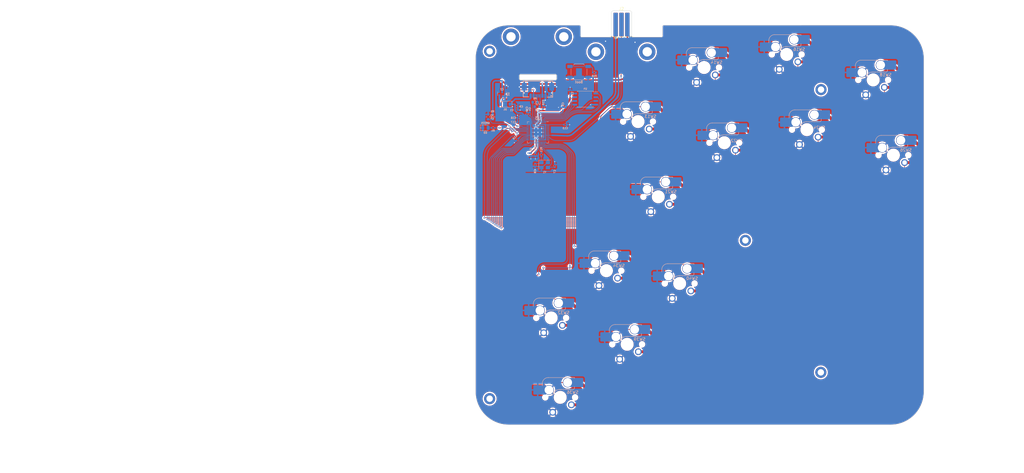
<source format=kicad_pcb>
(kicad_pcb (version 20221018) (generator pcbnew)
  (layers (0 "F.Cu" signal) (31 "B.Cu" signal) (34 "B.Paste" user) (35 "F.Paste" user) (36 "B.SilkS" user "B.Silkscreen") (37 "F.SilkS" user "F.Silkscreen") (38 "B.Mask" user) (39 "F.Mask" user) (44 "Edge.Cuts" user))
  (net 0 "")
  (net 1 "GND")
  (net 2 "START")
  (net 9 "C_UP")
  (net 10 "C_LT")
  (net 11 "A")
  (net 12 "C_DN")
  (net 13 "C_RT")
  (net 14 "UP")
  (net 15 "MS")
  (net 16 "Z")
  (net 17 "LS")
  (net 18 "X")
  (net 19 "Y")
  (net 20 "B")
  (net 21 "R")
  (net 22 "DATA")
  (net 23 "D-")
  (net 24 "D+")
  (net 25 "+5V")
  (net 26 "Net-(D1-A)")
  (net 27 "+3V3")
  (net 28 "+1V1")
  (net 29 "XTAL_IN")
  (net 30 "/XTAL_O")
  (net 31 "PICO_LED")
  (net 32 "~{RESET}")
  (net 33 "SWD")
  (net 34 "SWCLK")
  (net 35 "/D_+")
  (net 36 "/D_-")
  (net 37 "XTAL_OUT")
  (net 38 "/~{USB_BOOT}")
  (net 39 "VBUS_SENSE")
  (net 40 "SD3")
  (net 41 "QSPI_CLK")
  (net 42 "SD0")
  (net 43 "SD2")
  (net 44 "SD1")
  (net 48 "Net-(D3-A)")
  (net 52 "GPIO9")
  (footprint "marbastlib-mx:SW_MX_1u" (layer "F.Cu") (at 248.342967 92.263373 180)
    (fp_text reference "SW20" hide)
    (fp_text value "MX_SW_solder" hide)
  )
  (footprint "MountingHole:MountingHole_2.2mm_M2_ISO14580_Pad" (layer "F.Cu") (at 303.755 152.17)
    (fp_text reference "H8" hide)
    (fp_text value "MountingHole")
  )
  (footprint "hhl:GameCubeHeader" (layer "F.Cu") (at 235.802408 37.478241)
    (fp_text reference "J2")
    (fp_text value "GC 1" hide)
  )
  (footprint "MountingHole:MountingHole_2.2mm_M2_ISO14580_Pad" (layer "F.Cu") (at 278.035 107.13)
    (fp_text reference "H7" hide)
    (fp_text value "MountingHole")
  )
  (footprint "marbastlib-mx:SW_MX_1u" (layer "F.Cu") (at 230.668565 117.47896 180)
    (fp_text reference "SW35" hide)
    (fp_text value "MX_SW_solder" hide)
  )
  (footprint "MountingHole:MountingHole_2.2mm_M2_ISO14580_Pad" (layer "F.Cu") (at 190.86 161.15)
    (fp_text reference "H8" hide)
    (fp_text value "MountingHole")
  )
  (footprint "marbastlib-mx:SW_MX_1u" (layer "F.Cu") (at 237.739837 142.601357 180)
    (fp_text reference "SW38" hide)
    (fp_text value "MX_SW_solder" hide)
  )
  (footprint "" (layer "F.Cu") (at 216.14 36.67)
    (fp_text reference "")
    (fp_text value "")
  )
  (footprint "marbastlib-mx:SW_MX_1u" (layer "F.Cu") (at 263.956859 48.144517 180)
    (fp_text reference "SW15" hide)
    (fp_text value "MX_SW_solder" hide)
  )
  (footprint "marbastlib-mx:SW_MX_1u" (layer "F.Cu") (at 299.011667 69.348545 180)
    (fp_text reference "SW25" hide)
    (fp_text value "MX_SW_solder" hide)
  )
  (footprint "marbastlib-mx:SW_MX_1u" (layer "F.Cu") (at 211.836182 133.583438 180)
    (fp_text reference "SW33" hide)
    (fp_text value "MX_SW_solder" hide)
  )
  (footprint "marbastlib-mx:SW_MX_1u" (layer "F.Cu") (at 270.852853 73.813729 180)
    (fp_text reference "SW23" hide)
    (fp_text value "MX_SW_solder" hide)
  )
  (footprint "marbastlib-mx:SW_MX_1u" (layer "F.Cu") (at 292.115673 43.679333 180)
    (fp_text reference "SW17" hide)
    (fp_text value "MX_SW_solder" hide)
  )
  (footprint "marbastlib-mx:SW_MX_1u" (layer "F.Cu") (at 255.635123 121.847547 180)
    (fp_text reference "SW41" hide)
    (fp_text value "MX_SW_solder" hide)
  )
  (footprint "marbastlib-mx:SW_MX_1u" (layer "F.Cu") (at 214.907454 160.705835 180)
    (fp_text reference "SW37" hide)
    (fp_text value "MX_SW_solder" hide)
  )
  (footprint "MountingHole:MountingHole_2.2mm_M2_ISO14580_Pad" (layer "F.Cu") (at 303.82 55.683383 15)
    (fp_text reference "H5" hide)
    (fp_text value "MountingHole")
  )
  (footprint "MountingHole:MountingHole_2.2mm_M2_ISO14580_Pad" (layer "F.Cu") (at 190.86 42.61)
    (fp_text reference "H6" hide)
    (fp_text value "MountingHole")
  )
  (footprint "MountingHole:MountingHole_3.2mm_M3_DIN965_Pad" (layer "F.Cu") (at 227.085 42.782514)
    (fp_text reference "REF**" hide)
    (fp_text value "MountingHole_3.2mm_M3_DIN965_Pad" hide)
  )
  (footprint "marbastlib-mx:SW_MX_1u" (layer "F.Cu") (at 241.447232 66.595127 180)
    (fp_text reference "SW12" hide)
    (fp_text value "MX_SW_solder" hide)
  )
  (footprint "marbastlib-mx:SW_MX_1u" (layer "F.Cu") (at 328.491562 78.051119 180)
    (fp_text reference "SW27" hide)
    (fp_text value "MX_SW_solder" hide)
  )
  (footprint "marbastlib-mx:SW_MX_1u" (layer "F.Cu") (at 321.595568 52.381907 180)
    (fp_text reference "SW19" hide)
    (fp_text value "MX_SW_solder" hide)
  )
  (footprint "MountingHole:MountingHole_3.2mm_M3_DIN965_Pad" (layer "F.Cu") (at 244.585 42.782514)
    (fp_text reference "REF**" hide)
    (fp_text value "MountingHole_3.2mm_M3_DIN965_Pad" hide)
  )
  (footprint "" (layer "F.Cu") (at 198.64 45.67)
    (fp_text reference "")
    (fp_text value "")
  )
  (footprint "marbastlib-mx:SW_MX_HS_1u" (layer "B.Cu") (at 211.836182 133.583438 180)
    (fp_text reference "SW32")
    (fp_text value "MX_SW_HS" hide)
  )
  (footprint "Capacitor_SMD:C_0402_1005Metric" (layer "B.Cu") (at 203.55525 64.026018 90)
    (fp_text reference "C12")
    (fp_text value "100nF")
  )
  (footprint "marbastlib-mx:SW_MX_HS_1u" (layer "B.Cu") (at 241.447232 66.595127 180)
    (fp_text reference "SW13")
    (fp_text value "MX_SW_HS" hide)
  )
  (footprint "Capacitor_SMD:C_0402_1005Metric" (layer "B.Cu") (at 209.14 61.67 90)
    (fp_text reference "C10")
    (fp_text value "1uF")
  )
  (footprint "marbastlib-mx:SW_MX_HS_1u" (layer "B.Cu") (at 255.635123 121.847547 180)
    (fp_text reference "SW40")
    (fp_text value "MX_SW_HS" hide)
  )
  (footprint "Capacitor_SMD:C_0402_1005Metric" (layer "B.Cu") (at 200.86 65.28025 180)
    (fp_text reference "C16")
    (fp_text value "100nF")
  )
  (footprint "Capacitor_SMD:C_0402_1005Metric" (layer "B.Cu") (at 204.924 77.85325 -90)
    (fp_text reference "C6")
    (fp_text value "100nF")
  )
  (footprint "Resistor_SMD:R_0603_1608Metric" (layer "B.Cu") (at 190.347 64.97 90)
    (fp_text reference "R6")
    (fp_text value "10k")
  )
  (footprint "Button_Switch_SMD:SW_SPST_SKQG_WithStem" (layer "B.Cu") (at 221.32 49.63)
    (fp_text reference "SW1" hide)
    (fp_text value "Boot")
  )
  (footprint "Capacitor_SMD:C_0402_1005Metric" (layer "B.Cu") (at 216.64 67.67)
    (fp_text reference "C13")
    (fp_text value "100nF")
  )
  (footprint "marbastlib-mx:SW_MX_HS_1u" (layer "B.Cu") (at 299.011667 69.348545 180)
    (fp_text reference "SW24")
    (fp_text value "MX_SW_HS" hide)
  )
  (footprint "Capacitor_SMD:C_0402_1005Metric" (layer "B.Cu") (at 204.57125 64.026018 90)
    (fp_text reference "C4")
    (fp_text value "1uF")
  )
  (footprint "Capacitor_SMD:C_0402_1005Metric" (layer "B.Cu") (at 206.448 77.85325 -90)
    (fp_text reference "C14")
    (fp_text value "100nF")
  )
  (footprint "marbastlib-mx:SW_MX_HS_1u" (layer "B.Cu") (at 292.115673 43.679333 180)
    (fp_text reference "SW16")
    (fp_text value "MX_SW_HS" hide)
  )
  (footprint "Capacitor_SMD:C_0402_1005Metric" (layer "B.Cu") (at 218.3 56.395 90)
    (fp_text reference "C3")
    (fp_text value "100nF")
  )
  (footprint "LED_SMD:LED_0805_2012Metric" (layer "B.Cu") (at 189.4295 68.72)
    (fp_text reference "D3")
    (fp_text value "GREEN")
  )
  (footprint "Capacitor_SMD:C_0402_1005Metric" (layer "B.Cu") (at 199.997 61.47)
    (fp_text reference "C9")
    (fp_text value "10uF")
  )
  (footprint "Capacitor_SMD:C_0402_1005Metric" (layer "B.Cu") (at 206.34925 81.425018 90)
    (fp_text reference "C8")
    (fp_text value "22pF")
  )
  (footprint "qw-footprints:RP2040-QFN-56" (layer "B.Cu") (at 207.337 70.265 180)
    (fp_text reference "U3")
    (fp_text value "RP2040")
  )
  (footprint "Resistor_SMD:R_0603_1608Metric" (layer "B.Cu") (at 206.365 59.98 180)
    (fp_text reference "R9")
    (fp_text value "27")
  )
  (footprint "Crystal:Crystal_SMD_3225-4Pin_3.2x2.5mm" (layer "B.Cu") (at 209.623 81.40925)
    (fp_text reference "Y1")
    (fp_text value "12MHz")
  )
  (footprint "marbastlib-mx:SW_MX_HS_1u" (layer "B.Cu") (at 270.852853 73.813729 180)
    (fp_text reference "SW22")
    (fp_text value "MX_SW_HS" hide)
  )
  (footprint "Resistor_SMD:R_0603_1608Metric" (layer "B.Cu") (at 207.075 61.48 180)
    (fp_text reference "R8")
    (fp_text value "27")
  )
  (footprint "Diode_SMD:D_SOD-123" (layer "B.Cu") (at 196.14 60.67 180)
    (fp_text reference "D1")
    (fp_text value "Schottky Diode")
  )
  (footprint "Package_TO_SOT_SMD:SOT-23" (layer "B.Cu") (at 195.14 57.1075 90)
    (fp_text reference "U1")
    (fp_text value "XC6206")
  )
  (footprint "marbastlib-mx:SW_MX_HS_1u" (layer "B.Cu") (at 230.668565 117.47896 180)
    (fp_text reference "SW34")
    (fp_text value "MX_SW_HS" hide)
  )
  (footprint "Resistor_SMD:R_0402_1005Metric" (layer "B.Cu") (at 192.057 68.73 180)
    (fp_text reference "R4")
    (fp_text value "470")
  )
  (footprint "footprint:FPC-SMD_X05A26H12G" (layer "B.Cu") (at 207.337 56.265)
    (fp_text reference "U2")
    (fp_text value "X05A26H12G")
  )
  (footprint "Resistor_SMD:R_0603_1608Metric" (layer "B.Cu") (at 191.887 64.975 -90)
    (fp_text reference "R5")
    (fp_text value "5.6k")
  )
  (footprint "marbastlib-mx:SW_MX_HS_1u" (layer "B.Cu") (at 263.956859 48.144517 180)
    (fp_text reference "SW14")
    (fp_text value "MX_SW_HS" hide)
  )
  (footprint "marbastlib-mx:SW_MX_HS_1u" (layer "B.Cu") (at 237.739837 142.601357 180)
    (fp_text reference "SW39")
    (fp_text value "MX_SW_HS" hide)
  )
  (footprint "marbastlib-mx:SW_MX_HS_1u" (layer "B.Cu") (at 248.342967 92.263373 180)
    (fp_text reference "SW21")
    (fp_text value "MX_SW_HS" hide)
  )
  (footprint "marbastlib-mx:SW_MX_HS_1u" (layer "B.Cu") (at 214.907454 160.705835 180)
    (fp_text reference "SW36")
    (fp_text value "MX_SW_HS" hide)
  )
  (footprint "Capacitor_SMD:C_0402_1005Metric" (layer "B.Cu") (at 195.64 54.67 180)
    (fp_text reference "C2")
    (fp_text value "1uF")
  )
  (footprint "marbastlib-mx:SW_MX_HS_1u" (layer "B.Cu") (at 328.491562 78.051119 180)
    (fp_text reference "SW26")
    (fp_text value "MX_SW_HS" hide)
  )
  (footprint "Capacitor_SMD:C_0402_1005Metric" (layer "B.Cu") (at 199.997 62.67 180)
    (fp_text reference "C1")
    (fp_text value "1uF")
  )
  (footprint "Capacitor_SMD:C_0402_1005Metric" (layer "B.Cu") (at 215.861 62.23225 90)
    (fp_text reference "C5")
    (fp_text value "100nF")
  )
  (footprint "Capacitor_SMD:C_0402_1005Metric" (layer "B.Cu") (at 200.86 66.80425 180)
    (fp_text reference "C17")
    (fp_text value "100nF")
  )
  (footprint "Resistor_SMD:R_0402_1005Metric" (layer "B.Cu") (at 226.54 49.87)
    (fp_text reference "R10")
    (fp_text value "1k")
  )
  (footprint "Capacitor_SMD:C_0402_1005Metric" (layer "B.Cu") (at 213.052 81.679018 -90)
    (fp_text reference "C7")
    (fp_text value "22pF")
  )
  (footprint "Package_SO:SOIC-8_5.23x5.23mm_P1.27mm" (layer "B.Cu") (at 223.467 58.92 180)
    (fp_text reference "U4")
    (fp_text value "W25Q128JVS")
  )
  (footprint "Resistor_SMD:R_0402_1005Metric" (layer "B.Cu") (at 208.48 77.85325 90)
    (fp_text reference "R11")
    (fp_text value "1k")
  )
  (footprint "Capacitor_SMD:C_0402_1005Metric" (layer "B.Cu") (at 200.301741 72.786258 -135)
    (fp_text reference "C15")
    (fp_text value "100nF")
  )
  (footprint "marbastlib-mx:SW_MX_HS_1u" (layer "B.Cu") (at 321.595568 52.381907 180)
    (fp_text reference "SW18")
    (fp_text value "MX_SW_HS" hide)
  )
  (gr_arc (start 238.585 28.777295) (mid 239.115332 28.996965) (end 239.335 29.527295) (stroke (width 0.1)) (layer "Edge.Cuts"))
  (gr_arc (start 249.835 37.432514) (mid 249.732483 37.679992) (end 249.485001 37.782514) (stroke (width 0.1)) (layer "Edge.Cuts"))
  (gr_arc (start 213.29 50.49) (mid 213.572843 50.607157) (end 213.69 50.89) (stroke (width 0.2)) (layer "Edge.Cuts"))
  (gr_line (start 186.12 45.02) (end 186.12 158.74) (stroke (width 0.1)) (layer "Edge.Cuts"))
  (gr_arc (start 232.335 29.527295) (mid 232.554672 28.996968) (end 233.085 28.777295) (stroke (width 0.1)) (layer "Edge.Cuts"))
  (gr_line (start 338.82 45.02) (end 338.82 158.74) (stroke (width 0.1)) (layer "Edge.Cuts"))
  (gr_line (start 231.985 37.782514) (end 222.187485 37.782514) (stroke (width 0.1)) (layer "Edge.Cuts"))
  (gr_line (start 197.37 169.99) (end 327.57 169.99) (stroke (width 0.1)) (layer "Edge.Cuts"))
  (gr_arc (start 213.69 52.02) (mid 213.572843 52.302843) (end 213.29 52.42) (stroke (width 0.2)) (layer "Edge.Cuts"))
  (gr_arc (start 201.01 50.89) (mid 201.127157 50.607157) (end 201.41 50.49) (stroke (width 0.2)) (layer "Edge.Cuts"))
  (gr_line (start 201.01 52.02) (end 201.01 50.89) (stroke (width 0.2)) (layer "Edge.Cuts"))
  (gr_line (start 249.835 37.432514) (end 249.835 34.127485) (stroke (width 0.1)) (layer "Edge.Cuts"))
  (gr_arc (start 201.41 52.42) (mid 201.127157 52.302843) (end 201.01 52.02) (stroke (width 0.2)) (layer "Edge.Cuts"))
  (gr_line (start 213.29 52.42) (end 201.41 52.42) (stroke (width 0.2)) (layer "Edge.Cuts"))
  (gr_line (start 213.69 50.89) (end 213.69 52.02) (stroke (width 0.2)) (layer "Edge.Cuts"))
  (gr_line (start 201.41 50.49) (end 213.29 50.49) (stroke (width 0.2)) (layer "Edge.Cuts"))
  (gr_line (start 233.085 28.777295) (end 238.585 28.777295) (stroke (width 0.1)) (layer "Edge.Cuts"))
  (gr_arc (start 249.835 34.127485) (mid 249.937518 33.880007) (end 250.185 33.777486) (stroke (width 0.1)) (layer "Edge.Cuts"))
  (gr_arc (start 186.12 45.02) (mid 189.415049 37.065049) (end 197.37 33.77) (stroke (width 0.1)) (layer "Edge.Cuts"))
  (gr_arc (start 327.57 33.77) (mid 335.524951 37.065049) (end 338.82 45.02) (stroke (width 0.1)) (layer "Edge.Cuts"))
  (gr_line (start 221.485 33.780001) (end 197.37 33.77) (stroke (width 0.1)) (layer "Edge.Cuts"))
  (gr_arc (start 338.82 158.74) (mid 335.524951 166.694951) (end 327.57 169.99) (stroke (width 0.1)) (layer "Edge.Cuts"))
  (gr_line (start 239.335 29.527295) (end 239.335 37.427295) (stroke (width 0.1)) (layer "Edge.Cuts"))
  (gr_line (start 221.835 34.12) (end 221.837486 37.432514) (stroke (width 0.1)) (layer "Edge.Cuts"))
  (gr_arc (start 239.685 37.782514) (mid 239.437508 37.680002) (end 239.335 37.432514) (stroke (width 0.1)) (layer "Edge.Cuts"))
  (gr_line (start 250.185 33.777486) (end 327.57 33.77) (stroke (width 0.1)) (layer "Edge.Cuts"))
  (gr_arc (start 197.37 169.99) (mid 189.415049 166.694951) (end 186.12 158.74) (stroke (width 0.1)) (layer "Edge.Cuts"))
  (gr_line (start 232.335 37.427295) (end 232.335 29.527295) (stroke (width 0.1)) (layer "Edge.Cuts"))
  (gr_arc (start 222.187485 37.782514) (mid 221.940002 37.679997) (end 221.837486 37.432514) (stroke (width 0.1)) (layer "Edge.Cuts"))
  (gr_arc (start 221.485 33.780001) (mid 221.732487 33.882513) (end 221.835 34.13) (stroke (width 0.1)) (layer "Edge.Cuts"))
  (gr_line (start 239.685 37.782514) (end 249.485001 37.782514) (stroke (width 0.1)) (layer "Edge.Cuts"))
  (gr_arc (start 232.335 37.432514) (mid 232.232482 37.679992) (end 231.985 37.782514) (stroke (width 0.1)) (layer "Edge.Cuts"))
  (segment (start 208.312 71.24) (end 206.362 71.24) (width 0.635) (layer "F.Cu") (net 1))
  (segment (start 206.062 70.265) (end 208.612 70.265) (width 0.635) (layer "F.Cu") (net 1))
  (segment (start 233.802408 33.478241) (end 233.802408 37.567592) (width 0.5) (layer "F.Cu") (net 1))
  (segment (start 208.612 71.54) (end 208.612 68.99) (width 0.635) (layer "F.Cu") (net 1))
  (segment (start 233.802408 37.567592) (end 230.37 39.18) (width 0.5) (layer "F.Cu") (net 1))
  (segment (start 208.612 71.54) (end 208.312 71.24) (width 0.635) (layer "F.Cu") (net 1))
  (segment (start 206.062 68.99) (end 208.612 68.99) (width 0.635) (layer "F.Cu") (net 1))
  (segment (start 207.337 68.99) (end 207.337 71.54) (width 0.635) (layer "F.Cu") (net 1))
  (segment (start 206.062 71.54) (end 206.062 68.99) (width 0.635) (layer "F.Cu") (net 1))
  (segment (start 206.362 71.24) (end 206.062 71.54) (width 0.635) (layer "F.Cu") (net 1))
  (via (at 214.337 61.75225) (size 0.6) (drill 0.3) (layers "F.Cu" "B.Cu") (net 1))
  (via (at 209.793157 56.42649) (size 0.8) (drill 0.4) (layers "F.Cu" "B.Cu") (net 1))
  (via (at 204.91 79.32) (size 0.6) (drill 0.3) (layers "F.Cu" "B.Cu") (net 1))
  (via (at 213.052 80.282018) (size 0.6) (drill 0.3) (layers "F.Cu" "B.Cu") (net 1))
  (via (at 206.44 79.33) (size 0.6) (drill 0.3) (layers "F.Cu" "B.Cu") (net 1))
  (via (at 201.267 62.68) (size 0.6) (drill 0.3) (layers "F.Cu" "B.Cu") (net 1))
  (via (at 202.615753 56.82649) (size 0.8) (drill 0.4) (layers "F.Cu" "B.Cu") (net 1))
  (via (at 197.14 54.67) (size 0.6) (drill 0.3) (layers "F.Cu" "B.Cu") (net 1))
  (via (at 198.657 61.52) (size 0.6) (drill 0.3) (layers "F.Cu" "B.Cu") (net 1))
  (via (at 206.34925 82.949018) (size 0.6) (drill 0.3) (layers "F.Cu" "B.Cu") (net 1))
  (via (at 209.813157 59.29649) (size 0.8) (drill 0.4) (layers "F.Cu" "B.Cu") (net 1))
  (via (at 199.285741 73.802258) (size 0.6) (drill 0.3) (layers "F.Cu" "B.Cu") (net 1))
  (via (at 218.3 54.905) (size 0.6) (drill 0.3) (layers "F.Cu" "B.Cu") (net 1))
  (via (at 203.55525 62.629018) (size 0.6) (drill 0.3) (layers "F.Cu" "B.Cu") (net 1))
  (via (at 200.985753 54.78649) (size 0.8) (drill 0.4) (layers "F.Cu" "B.Cu") (net 1))
  (via (at 212.005753 56.81649) (size 0.8) (drill 0.4) (layers "F.Cu" "B.Cu") (net 1))
  (via (at 213.675753 54.73649) (size 0.8) (drill 0.4) (layers "F.Cu" "B.Cu") (net 1))
  (via (at 230.37 39.18) (size 0.8) (drill 0.4) (layers "F.Cu" "B.Cu") (net 1))
  (via (at 240.42 39.54) (size 0.8) (drill 0.4) (layers "F.Cu" "B.Cu") (net 1))
  (via (at 218.14 67.67) (size 0.6) (drill 0.3) (layers "F.Cu" "B.Cu") (net 1))
  (via (at 225.2895 60.835) (size 0.6) (drill 0.3) (layers "F.Cu" "B.Cu") (net 1))
  (via (at 200.38025 64.44) (size 0.6) (drill 0.3) (layers "F.Cu" "B.Cu") (net 1))
  (via (at 210.14 61.17) (size 0.6) (drill 0.3) (layers "F.Cu" "B.Cu") (net 1))
  (segment (start 200.477 62.67) (end 201.257 62.67) (width 0.5) (layer "B.Cu") (net 1))
  (segment (start 204.924 79.306) (end 204.91 79.32) (width 0.2) (layer "B.Cu") (net 1))
  (segment (start 206.44 79.33) (end 206.448 78.532268) (width 0.2) (layer "B.Cu") (net 1))
  (segment (start 199.96233 73.12567) (end 199.285741 73.802258) (width 0.381) (layer "B.Cu") (net 1))
  (segment (start 212.02209 54.724995) (end 212.02209 56.800153) (width 0.5) (layer "B.Cu") (net 1))
  (segment (start 237.802408 33.478241) (end 237.802408 36.922408) (width 0.5) (layer "B.Cu") (net 1))
  (segment (start 201.257 62.67) (end 201.267 62.68) (width 0.5) (layer "B.Cu") (net 1))
  (segment (start 209.824455 58.75649) (end 209.824455 59.285192) (width 0.5) (layer "B.Cu") (net 1))
  (segment (start 204.924 78.33325) (end 204.924 79.306) (width 0.2) (layer "B.Cu") (net 1))
  (segment (start 200.38025 64.44) (end 200.38025 65.28) (width 0.381) (layer "B.Cu") (net 1))
  (segment (start 200.38 65.28025) (end 200.38 66.80425) (width 0.381) (layer "B.Cu") (net 1))
  (segment (start 202.652011 54.724995) (end 202.652011 56.790232) (width 0.5) (layer "B.Cu") (net 1))
  (segment (start 213.052 80.282018) (end 213.052 81.199018) (width 0.381) (layer "B.Cu") (net 1))
  (segment (start 212.02209 54.724995) (end 213.664258 54.724995) (width 0.5) (layer "B.Cu") (net 1))
  (segment (start 200.477 61.47) (end 200.477 62.67) (width 0.5) (layer "B.Cu") (net 1))
  (segment (start 227.0295 60.82) (end 225.3045 60.82) (width 0.5) (layer "B.Cu") (net 1))
  (segment (start 210.12 61.19) (end 210.14 61.17) (width 0.2) (layer "B.Cu") (net 1))
  (segment (start 217.12 67.67) (end 218.14 67.67) (width 0.2) (layer "B.Cu") (net 1))
  (segment (start 218.299999 55.915) (end 218.3 54.905) (width 0.5) (layer "B.Cu") (net 1))
  (segment (start 206.34925 81.905018) (end 208.168768 81.905018) (width 0.381) (layer "B.Cu") (net 1))
  (segment (start 206.34925 81.905018) (end 206.34925 82.949018) (width 0.381) (layer "B.Cu") (net 1))
  (segment (start 203.55525 63.546018) (end 203.55525 62.629018) (width 0.2) (layer "B.Cu") (net 1))
  (segment (start 209.14 61.19) (end 210.12 61.19) (width 0.2) (layer "B.Cu") (net 1))
  (segment (start 208.645097 75.167341) (end 212.551575 79.073819) (width 0.2) (layer "B.Cu") (net 1))
  (segment (start 196.12 54.67) (end 197.14 54.67) (width 0.2) (layer "B.Cu") (net 1))
  (segment (start 208.337 73.7025) (end 208.337 74.423529) (width 0.2) (layer "B.Cu") (net 1))
  (segment (start 237.802408 36.922408) (end 240.42 39.54) (width 0.5) (layer "B.Cu") (net 1))
  (segment (start 208.769978 82.25925) (end 210.469978 80.55925) (width 0.254) (layer "B.Cu") (net 1))
  (segment (start 206.448 78.532268) (end 206.448 78.33325) (width 0.2) (layer "B.Cu") (net 1))
  (segment (start 215.861 61.75225) (end 214.337 61.75225) (width 0.5) (layer "B.Cu") (net 1))
  (segment (start 202.652011 54.724995) (end 201.047248 54.724995) (width 0.5) (layer "B.Cu") (net 1))
  (segment (start 209.824455 58.75649) (end 209.824455 56.457788) (width 0.5) (layer "B.Cu") (net 1))
  (arc (start 213.052 80.282018) (mid 212.921944 79.628116) (end 212.551575 79.073819) (width 0.2) (layer "B.Cu") (net 1))
  (arc (start 208.337 74.423529) (mid 208.417072 74.826077) (end 208.645097 75.167341) (width 0.2) (layer "B.Cu") (net 1))
  (segment (start 219.76 109.15) (end 228.716964 109.15) (width 0.2) (layer "F.Cu") (net 9))
  (segment (start 233.208565 112.398961) (end 236.396565 112.39896) (width 1) (layer "F.Cu") (net 9))
  (segment (start 230.838285 110.02868) (end 233.208565 112.39896) (width 0.2) (layer "F.Cu") (net 9))
  (segment (start 236.396565 120.01896) (end 234.478565 120.01896) (width 1) (layer "F.Cu") (net 9))
  (segment (start 239.396565 115.39896) (end 239.396565 117.018961) (width 1) (layer "F.Cu") (net 9))
  (via (at 219.76 109.15) (size 0.6) (drill 0.3) (layers "F.Cu" "B.Cu") (net 9))
  (arc (start 239.396565 115.39896) (mid 238.517885 113.27764) (end 236.396565 112.39896) (width 1) (layer "F.Cu") (net 9))
  (arc (start 236.396565 120.01896) (mid 238.517885 119.140281) (end 239.396565 117.018961) (width 1) (layer "F.Cu") (net 9))
  (arc (start 228.716964 109.15) (mid 229.865015 109.378361) (end 230.838285 110.02868) (width 0.2) (layer "F.Cu") (net 9))
  (segment (start 211.364938 74.294018) (end 214.550048 74.294018) (width 0.2) (layer "B.Cu") (net 9))
  (segment (start 217.378475 75.465591) (end 218.70745 76.794566) (width 0.2) (layer "B.Cu") (net 9))
  (segment (start 219.586092 78.901074) (end 219.77 109.15) (width 0.2) (layer "B.Cu") (net 9))
  (arc (start 214.550048 74.294018) (mid 216.080782 74.5985) (end 217.378475 75.465591) (width 0.2) (layer "B.Cu") (net 9))
  (arc (start 209.937 73.7025) (mid 210.592186 74.140308) (end 211.364938 74.294018) (width 0.2) (layer "B.Cu") (net 9))
  (arc (start 218.70745 76.794566) (mid 219.354925 77.760997) (end 219.586092 78.901074) (width 0.2) (layer "B.Cu") (net 9))
  (segment (start 214.376182 128.503439) (end 217.564182 128.503438) (width 1) (layer "F.Cu") (net 10))
  (segment (start 220.564182 131.503438) (end 220.564182 133.123439) (width 1) (layer "F.Cu") (net 10))
  (segment (start 217.564182 136.123438) (end 215.646182 136.123438) (width 1) (layer "F.Cu") (net 10))
  (segment (start 209.14 116.47) (end 209.14 122.024615) (width 0.2) (layer "F.Cu") (net 10))
  (segment (start 210.01868 124.145936) (end 214.376182 128.503438) (width 0.2) (layer "F.Cu") (net 10))
  (via (at 209.14 116.47) (size 0.6) (drill 0.3) (layers "F.Cu" "B.Cu") (net 10))
  (arc (start 220.564182 131.503438) (mid 219.685502 129.382118) (end 217.564182 128.503438) (width 1) (layer "F.Cu") (net 10))
  (arc (start 217.564182 136.123438) (mid 219.685502 135.244758) (end 220.564182 133.123439) (width 1) (layer "F.Cu") (net 10))
  (arc (start 209.14 122.024615) (mid 209.368361 123.172666) (end 210.01868 124.145936) (width 0.2) (layer "F.Cu") (net 10))
  (segment (start 210.112357 74.694018) (end 214.384362 74.694018) (width 0.2) (layer "B.Cu") (net 10))
  (segment (start 209.718268 74.507042) (end 209.669784 74.458559) (width 0.2) (layer "B.Cu") (net 10))
  (segment (start 209.195786 116.525786) (end 209.14 116.47) (width 0.2) (layer "B.Cu") (net 10))
  (segment (start 218.147206 116.525786) (end 209.195786 116.525786) (width 0.2) (layer "B.Cu") (net 10))
  (segment (start 219.147182 115.518803) (end 218.890646 78.784529) (width 0.2) (layer "B.Cu") (net 10))
  (segment (start 209.537 73.7025) (end 209.537 74.137995) (width 0.2) (layer "B.Cu") (net 10))
  (segment (start 218.011968 76.664771) (end 217.193648 75.846451) (width 0.2) (layer "B.Cu") (net 10))
  (arc (start 218.890646 78.784529) (mid 218.661987 77.637319) (end 218.011968 76.664771) (width 0.2) (layer "B.Cu") (net 10))
  (arc (start 219.147182 115.518803) (mid 218.856778 116.23042) (end 218.147206 116.525786) (width 0.2) (layer "B.Cu") (net 10))
  (arc (start 209.758804 74.547572) (mid 209.921016 74.655958) (end 210.112357 74.694018) (width 0.2) (layer "B.Cu") (net 10))
  (arc (start 209.537 74.137995) (mid 209.571509 74.311483) (end 209.669784 74.458559) (width 0.2) (layer "B.Cu") (net 10))
  (arc (start 214.384362 74.694018) (mid 215.915096 74.9985) (end 217.212789 75.865591) (width 0.2) (layer "B.Cu") (net 10))
  (segment (start 237.943998 137.521357) (end 240.279837 137.521357) (width 0.2) (layer "F.Cu") (net 11))
  (segment (start 219.08868 119.901622) (end 235.948529 136.761471) (width 0.2) (layer "F.Cu") (net 11))
  (segment (start 243.467837 145.141357) (end 241.549836 145.141357) (width 1) (layer "F.Cu") (net 11))
  (segment (start 246.467837 140.521357) (end 246.467837 142.141358) (width 1) (layer "F.Cu") (net 11))
  (segment (start 240.279837 137.521357) (end 243.467837 137.521357) (width 1) (layer "F.Cu") (net 11))
  (segment (start 218.21 115.925786) (end 218.21 117.780301) (width 0.2) (layer "F.Cu") (net 11))
  (via (at 218.21 115.925786) (size 0.6) (drill 0.3) (layers "F.Cu" "B.Cu") (net 11))
  (arc (start 243.467837 145.141357) (mid 245.589157 144.262677) (end 246.467837 142.141358) (width 1) (layer "F.Cu") (net 11))
  (arc (start 246.467837 140.521357) (mid 245.589157 138.400037) (end 243.467837 137.521357) (width 1) (layer "F.Cu") (net 11))
  (arc (start 218.21 117.780301) (mid 218.438362 118.928352) (end 219.08868 119.901622) (width 0.2) (layer "F.Cu") (net 11))
  (arc (start 235.822678 136.642678) (mid 236.795948 137.292996) (end 237.943998 137.521357) (width 0.2) (layer "F.Cu") (net 11))
  (segment (start 218.21 115.925786) (end 218.21 78.671128) (width 0.2) (layer "B.Cu") (net 11))
  (segment (start 217.046622 76.26511) (end 217.331321 76.549809) (width 0.2) (layer "B.Cu") (net 11))
  (segment (start 214.218195 75.093537) (end 210.071134 75.093537) (width 0.2) (layer "B.Cu") (net 11))
  (segment (start 209.474888 74.828662) (end 209.353175 74.706957) (width 0.2) (layer "B.Cu") (net 11))
  (segment (start 209.505448 74.859222) (end 209.474888 74.828662) (width 0.2) (layer "B.Cu") (net 11))
  (segment (start 209.137 74.185084) (end 209.137 73.7025) (width 0.2) (layer "B.Cu") (net 11))
  (arc (start 218.21 78.671128) (mid 217.981643 77.523088) (end 217.331321 76.549809) (width 0.2) (layer "B.Cu") (net 11))
  (arc (start 209.353175 74.706957) (mid 209.193182 74.467521) (end 209.137 74.185084) (width 0.2) (layer "B.Cu") (net 11))
  (arc (start 210.071134 75.093537) (mid 209.764987 75.032641) (end 209.505448 74.859222) (width 0.2) (layer "B.Cu") (net 11))
  (arc (start 217.046622 76.26511) (mid 215.748929 75.398019) (end 214.218195 75.093537) (width 0.2) (layer "B.Cu") (net 11))
  (segment (start 220.635454 163.245835) (end 218.717454 163.245835) (width 1) (layer "F.Cu") (net 12))
  (segment (start 207.567998 118.663993) (end 207.446007 118.663993) (width 0.25) (layer "F.Cu") (net 12))
  (segment (start 223.635454 158.625835) (end 223.635454 160.245835) (width 1) (layer "F.Cu") (net 12))
  (segment (start 217.447454 155.625835) (end 220.635454 155.625835) (width 1) (layer "F.Cu") (net 12))
  (segment (start 199.94 131.204718) (end 199.978749 152.63126) (width 0.25) (layer "F.Cu") (net 12))
  (segment (start 202.978744 155.625835) (end 217.447454 155.625835) (width 0.25) (layer "F.Cu") (net 12))
  (segment (start 207.446007 118.663993) (end 203.500083 122.609917) (width 0.25) (layer "F.Cu") (net 12))
  (via (at 207.567998 118.663993) (size 0.6) (drill 0.3) (layers "F.Cu" "B.Cu") (net 12))
  (arc (start 220.635454 163.245835) (mid 222.756774 162.367155) (end 223.635454 160.245835) (width 1) (layer "F.Cu") (net 12))
  (arc (start 203.500083 122.609917) (mid 200.865235 126.553245) (end 199.94 131.204718) (width 0.25) (layer "F.Cu") (net 12))
  (arc (start 199.978749 152.63126) (mid 200.859343 154.749072) (end 202.978744 155.625835) (width 0.25) (layer "F.Cu") (net 12))
  (arc (start 223.635454 158.625835) (mid 222.756774 156.504515) (end 220.635454 155.625835) (width 1) (layer "F.Cu") (net 12))
  (segment (start 217.664196 78.563495) (end 217.50891 113.230887) (width 0.2) (layer "B.Cu") (net 12))
  (segment (start 207.570378 118.539622) (end 207.570378 117.227685) (width 0.2) (layer "B.Cu") (net 12))
  (segment (start 207.54 118.57) (end 207.570378 118.539622) (width 0.2) (layer "B.Cu") (net 12))
  (segment (start 209.988491 75.493057) (end 214.052029 75.493057) (width 0.2) (layer "B.Cu") (net 12))
  (segment (start 215.510868 115.221928) (end 209.56844 115.227686) (width 0.2) (layer "B.Cu") (net 12))
  (segment (start 209.009274 74.928054) (end 209.281384 75.200164) (width 0.2) (layer "B.Cu") (net 12))
  (segment (start 208.737 73.7025) (end 208.737 74.270726) (width 0.2) (layer "B.Cu") (net 12))
  (arc (start 216.880456 76.66463) (mid 217.461807 77.535866) (end 217.664196 78.563495) (width 0.2) (layer "B.Cu") (net 12))
  (arc (start 209.56844 115.227686) (mid 208.155479 115.814157) (end 207.570378 117.227685) (width 0.2) (layer "B.Cu") (net 12))
  (arc (start 217.50891 113.230887) (mid 216.920659 114.638622) (end 215.510868 115.221928) (width 0.2) (layer "B.Cu") (net 12))
  (arc (start 214.052029 75.493057) (mid 215.582763 75.797539) (end 216.880456 76.66463) (width 0.2) (layer "B.Cu") (net 12))
  (arc (start 209.281384 75.200164) (mid 209.605808 75.416937) (end 209.988491 75.493057) (width 0.2) (layer "B.Cu") (net 12))
  (arc (start 208.737 74.270726) (mid 208.807762 74.626469) (end 209.009274 74.928054) (width 0.2) (layer "B.Cu") (net 12))
  (segment (start 194.87 102.96) (end 195.29 102.54) (width 0.2) (layer "F.Cu") (net 13))
  (segment (start 195.29 102.54) (end 242.704935 102.54) (width 0.2) (layer "F.Cu") (net 13))
  (segment (start 261.363123 124.387547) (end 259.445122 124.387547) (width 1) (layer "F.Cu") (net 13))
  (segment (start 264.363123 119.767547) (end 264.363122 121.387547) (width 1) (layer "F.Cu") (net 13))
  (segment (start 244.826256 103.41868) (end 258.175123 116.767547) (width 0.2) (layer "F.Cu") (net 13))
  (segment (start 258.175122 116.767547) (end 261.363122 116.767548) (width 1) (layer "F.Cu") (net 13))
  (via (at 194.87 102.96) (size 0.6) (drill 0.3) (layers "F.Cu" "B.Cu") (net 13))
  (arc (start 244.826256 103.41868) (mid 243.852986 102.768361) (end 242.704935 102.54) (width 0.2) (layer "F.Cu") (net 13))
  (arc (start 261.363123 124.387547) (mid 263.484443 123.508868) (end 264.363122 121.387547) (width 1) (layer "F.Cu") (net 13))
  (arc (start 264.363123 119.767547) (mid 263.484443 117.646227) (end 261.363122 116.767548) (width 1) (layer "F.Cu") (net 13))
  (segment (start 204.534454 74.694018) (end 203.042402 74.694018) (width 0.2) (layer "B.Cu") (net 13))
  (segment (start 194.77 80.238427) (end 194.77 102.96) (width 0.2) (layer "B.Cu") (net 13))
  (segment (start 204.961264 74.515736) (end 204.958718 74.518282) (width 0.2) (layer "B.Cu") (net 13))
  (segment (start 205.137 73.7025) (end 205.137 74.091472) (width 0.2) (layer "B.Cu") (net 13))
  (segment (start 198.653777 77.84) (end 197.168427 77.84) (width 0.2) (layer "B.Cu") (net 13))
  (segment (start 195.754213 78.425787) (end 195.355786 78.824214) (width 0.2) (layer "B.Cu") (net 13))
  (segment (start 201.628189 75.279803) (end 199.360883 77.547107) (width 0.2) (layer "B.Cu") (net 13))
  (arc (start 204.958718 74.518282) (mid 204.764064 74.648346) (end 204.534454 74.694018) (width 0.2) (layer "B.Cu") (net 13))
  (arc (start 197.168427 77.84) (mid 196.40306 77.992241) (end 195.754213 78.425787) (width 0.2) (layer "B.Cu") (net 13))
  (arc (start 203.042402 74.694018) (mid 202.277036 74.846258) (end 201.628189 75.279803) (width 0.2) (layer "B.Cu") (net 13))
  (arc (start 195.355786 78.824214) (mid 194.922241 79.47306) (end 194.77 80.238427) (width 0.2) (layer "B.Cu") (net 13))
  (arc (start 205.137 74.091472) (mid 205.091328 74.321082) (end 204.961264 74.515736) (width 0.2) (layer "B.Cu") (net 13))
  (arc (start 199.360883 77.547107) (mid 199.03646 77.76388) (end 198.653777 77.84) (width 0.2) (layer "B.Cu") (net 13))
  (segment (start 194.17 102.55) (end 194.58 102.14) (width 0.2) (layer "F.Cu") (net 14))
  (segment (start 332.301562 83.527359) (end 332.301562 80.591119) (width 0.2) (layer "F.Cu") (net 14))
  (segment (start 315.810242 101.26132) (end 331.422883 85.648679) (width 0.2) (layer "F.Cu") (net 14))
  (segment (start 194.58 102.14) (end 313.688921 102.14) (width 0.2) (layer "F.Cu") (net 14))
  (segment (start 337.219562 75.971119) (end 337.219562 77.59112) (width 1) (layer "F.Cu") (net 14))
  (segment (start 331.031562 72.97112) (end 334.219561 72.97112) (width 1) (layer "F.Cu") (net 14))
  (segment (start 334.219562 80.591119) (end 332.301562 80.591119) (width 1) (layer "F.Cu") (net 14))
  (via (at 194.17 102.55) (size 0.6) (drill 0.3) (layers "F.Cu" "B.Cu") (net 14))
  (arc (start 315.810242 101.26132) (mid 314.836972 101.911639) (end 313.688921 102.14) (width 0.2) (layer "F.Cu") (net 14))
  (arc (start 334.219562 80.591119) (mid 336.340882 79.71244) (end 337.219562 77.59112) (width 1) (layer "F.Cu") (net 14))
  (arc (start 332.301562 83.527359) (mid 332.073201 84.675409) (end 331.422883 85.648679) (width 0.2) (layer "F.Cu") (net 14))
  (arc (start 337.219562 75.971119) (mid 336.340882 73.849799) (end 334.219561 72.97112) (width 1) (layer "F.Cu") (net 14))
  (segment (start 194.108275 80.140152) (end 194.17 102.55) (width 0.2) (layer "B.Cu") (net 14))
  (segment (start 201.462503 74.879804) (end 199.345975 76.99633) (width 0.2) (layer "B.Cu") (net 14))
  (segment (start 204.737 73.7025) (end 204.731268 73.708232) (width 0.2) (layer "B.Cu") (net 14))
  (segment (start 198.638869 77.289223) (end 196.959204 77.289223) (width 0.2) (layer "B.Cu") (net 14))
  (segment (start 203.317055 74.294018) (end 202.876716 74.294018) (width 0.2) (layer "B.Cu") (net 14))
  (segment (start 195.544991 77.875009) (end 194.694062 78.725938) (width 0.2) (layer "B.Cu") (net 14))
  (arc (start 194.694062 78.725938) (mid 194.260516 79.374785) (end 194.108275 80.140152) (width 0.2) (layer "B.Cu") (net 14))
  (arc (start 202.876716 74.294018) (mid 202.111349 74.446259) (end 201.462503 74.879804) (width 0.2) (layer "B.Cu") (net 14))
  (arc (start 204.731268 73.708232) (mid 204.082422 74.141777) (end 203.317055 74.294018) (width 0.2) (layer "B.Cu") (net 14))
  (arc (start 196.959204 77.289223) (mid 196.193837 77.441464) (end 195.544991 77.875009) (width 0.2) (layer "B.Cu") (net 14))
  (arc (start 199.345975 76.99633) (mid 199.021552 77.213103) (end 198.638869 77.289223) (width 0.2) (layer "B.Cu") (net 14))
  (segment (start 324.135568 47.301908) (end 327.323567 47.301908) (width 1) (layer "F.Cu") (net 15))
  (segment (start 283.54868 100.86132) (end 324.526889 59.883111) (width 0.2) (layer "F.Cu") (net 15))
  (segment (start 330.323568 50.301907) (end 330.323568 51.921908) (width 1) (layer "F.Cu") (net 15))
  (segment (start 193.46 102.16) (end 193.88 101.74) (width 0.2) (layer "F.Cu") (net 15))
  (segment (start 325.405568 57.761791) (end 325.405568 54.921907) (width 0.2) (layer "F.Cu") (net 15))
  (segment (start 327.323568 54.921907) (end 325.405568 54.921907) (width 1) (layer "F.Cu") (net 15))
  (segment (start 193.88 101.74) (end 281.427359 101.74) (width 0.2) (layer "F.Cu") (net 15))
  (via (at 193.46 102.16) (size 0.6) (drill 0.3) (layers "F.Cu" "B.Cu") (net 15))
  (arc (start 327.323568 54.921907) (mid 329.444888 54.043228) (end 330.323568 51.921908) (width 1) (layer "F.Cu") (net 15))
  (arc (start 330.323568 50.301907) (mid 329.444888 48.180587) (end 327.323567 47.301908) (width 1) (layer "F.Cu") (net 15))
  (arc (start 281.427359 101.74) (mid 282.57541 101.511638) (end 283.54868 100.86132) (width 0.2) (layer "F.Cu") (net 15))
  (arc (start 325.405568 57.761791) (mid 325.177207 58.909841) (end 324.526889 59.883111) (width 0.2) (layer "F.Cu") (net 15))
  (segment (start 193.38 80.068427) (end 193.38 94.369255) (width 0.2) (layer "B.Cu") (net 15))
  (segment (start 198.473184 76.889223) (end 196.559204 76.889223) (width 0.2) (layer "B.Cu") (net 15))
  (segment (start 202.35429 73.422331) (end 199.18029 76.59633) (width 0.2) (layer "B.Cu") (net 15))
  (segment (start 193.379255 94.37) (end 193.36 102.16) (width 0.2) (layer "B.Cu") (net 15))
  (segment (start 203.8995 72.865) (end 203.699806 72.865) (width 0.2) (layer "B.Cu") (net 15))
  (segment (start 195.14499 77.47501) (end 193.965786 78.654214) (width 0.2) (layer "B.Cu") (net 15))
  (arc (start 199.18029 76.59633) (mid 198.855867 76.813103) (end 198.473184 76.889223) (width 0.2) (layer "B.Cu") (net 15))
  (arc (start 196.559204 76.889223) (mid 195.793837 77.041464) (end 195.14499 77.47501) (width 0.2) (layer "B.Cu") (net 15))
  (arc (start 203.699806 72.865) (mid 202.971618 73.009846) (end 202.35429 73.422331) (width 0.2) (layer "B.Cu") (net 15))
  (arc (start 193.38 80.068427) (mid 193.532241 79.30306) (end 193.965786 78.654214) (width 0.2) (layer "B.Cu") (net 15))
  (segment (start 301.551666 64.268544) (end 304.739667 64.268545) (width 1) (layer "F.Cu") (net 16))
  (segment (start 278.633212 100.46132) (end 301.942988 77.151544) (width 0.2) (layer "F.Cu") (net 16))
  (segment (start 193.16 101.34) (end 276.511891 101.34) (width 0.2) (layer "F.Cu") (net 16))
  (segment (start 192.76 101.74) (end 193.16 101.34) (width 0.2) (layer "F.Cu") (net 16))
  (segment (start 307.739667 67.268544) (end 307.739666 68.888544) (width 1) (layer "F.Cu") (net 16))
  (segment (start 304.739667 71.888545) (end 302.821666 71.888545) (width 1) (layer "F.Cu") (net 16))
  (segment (start 302.821667 75.030224) (end 302.821667 71.888545) (width 0.2) (layer "F.Cu") (net 16))
  (via (at 192.76 101.74) (size 0.6) (drill 0.3) (layers "F.Cu" "B.Cu") (net 16))
  (arc (start 304.739667 71.888545) (mid 306.860987 71.009865) (end 307.739666 68.888544) (width 1) (layer "F.Cu") (net 16))
  (arc (start 302.821667 75.030224) (mid 302.593306 76.178274) (end 301.942988 77.151544) (width 0.2) (layer "F.Cu") (net 16))
  (arc (start 307.739667 67.268544) (mid 306.860987 65.147225) (end 304.739667 64.268545) (width 1) (layer "F.Cu") (net 16))
  (arc (start 278.633212 100.46132) (mid 277.659942 101.111639) (end 276.511891 101.34) (width 0.2) (layer "F.Cu") (net 16))
  (segment (start 192.761028 94.368972) (end 192.76 94.37) (width 0.2) (layer "B.Cu") (net 16))
  (segment (start 192.761028 79.87) (end 192.761028 94.368972) (width 0.2) (layer "B.Cu") (net 16))
  (segment (start 203.525742 72.465) (end 203.8995 72.465) (width 0.2) (layer "B.Cu") (net 16))
  (segment (start 196.20489 76.489223) (end 198.55828 76.489223) (width 0.2) (layer "B.Cu") (net 16))
  (segment (start 192.76 101.74) (end 192.76 94.37) (width 0.2) (layer "B.Cu") (net 16))
  (segment (start 198.837274 76.37366) (end 202.194529 73.016406) (width 0.2) (layer "B.Cu") (net 16))
  (segment (start 193.345787 78.519899) (end 194.790676 77.07501) (width 0.2) (layer "B.Cu") (net 16))
  (arc (start 192.76 79.934113) (mid 192.912241 79.168746) (end 193.345787 78.519899) (width 0.2) (layer "B.Cu") (net 16))
  (arc (start 198.55828 76.489223) (mid 198.70927 76.459189) (end 198.837274 76.37366) (width 0.2) (layer "B.Cu") (net 16))
  (arc (start 194.790676 77.07501) (mid 195.439523 76.641464) (end 196.20489 76.489223) (width 0.2) (layer "B.Cu") (net 16))
  (arc (start 202.194529 73.016406) (mid 202.805295 72.608306) (end 203.525742 72.465) (width 0.2) (layer "B.Cu") (net 16))
  (segment (start 266.36 96.59) (end 281.195534 81.754466) (width 0.2) (layer "F.Cu") (net 17))
  (segment (start 295.925673 53.149636) (end 295.925673 46.219333) (width 0.2) (layer "F.Cu") (net 17))
  (segment (start 262.88868 100.06132) (end 266.36 96.59) (width 0.2) (layer "F.Cu") (net 17))
  (segment (start 297.843673 46.219333) (end 295.925673 46.219333) (width 1) (layer "F.Cu") (net 17))
  (segment (start 300.843673 41.599332) (end 300.843673 43.219333) (width 1) (layer "F.Cu") (net 17))
  (segment (start 284.117433 67.066751) (end 294.467649 56.678717) (width 0.2) (layer "F.Cu") (net 17))
  (segment (start 294.655673 38.599333) (end 297.843673 38.599333) (width 1) (layer "F.Cu") (net 17))
  (segment (start 192.08 101.25) (end 192.39 100.94) (width 0.2) (layer "F.Cu") (net 17))
  (segment (start 282.66 78.218932) (end 282.66 70.595238) (width 0.2) (layer "F.Cu") (net 17))
  (segment (start 192.39 100.94) (end 260.767359 100.94) (width 0.2) (layer "F.Cu") (net 17))
  (via (at 192.08 101.25) (size 0.6) (drill 0.3) (layers "F.Cu" "B.Cu") (net 17))
  (arc (start 260.767359 100.94) (mid 261.91541 100.711638) (end 262.88868 100.06132) (width 0.2) (layer "F.Cu") (net 17))
  (arc (start 282.66 70.595238) (mid 283.038699 68.686421) (end 284.117433 67.066751) (width 0.2) (layer "F.Cu") (net 17))
  (arc (start 281.195534 81.754466) (mid 282.279398 80.132349) (end 282.66 78.218932) (width 0.2) (layer "F.Cu") (net 17))
  (arc (start 294.467649 56.678717) (mid 295.546814 55.058841) (end 295.925673 53.149636) (width 0.2) (layer "F.Cu") (net 17))
  (arc (start 297.843673 46.219333) (mid 299.964993 45.340653) (end 300.843673 43.219333) (width 1) (layer "F.Cu") (net 17))
  (arc (start 300.843673 41.599332) (mid 299.964993 39.478013) (end 297.843673 38.599333) (width 1) (layer "F.Cu") (net 17))
  (segment (start 192.08 80.048427) (end 192.08 101.25) (width 0.2) (layer "B.Cu") (net 17))
  (segment (start 198.178013 76.089223) (end 196.039204 76.089223) (width 0.2) (layer "B.Cu") (net 17))
  (segment (start 203.8995 72.065) (end 203.408676 72.065) (width 0.2) (layer "B.Cu") (net 17))
  (segment (start 201.994463 72.650786) (end 198.823319 75.821929) (width 0.2) (layer "B.Cu") (net 17))
  (segment (start 194.62499 76.67501) (end 192.665786 78.634214) (width 0.2) (layer "B.Cu") (net 17))
  (arc (start 192.665786 78.634214) (mid 192.232241 79.28306) (end 192.08 80.048427) (width 0.2) (layer "B.Cu") (net 17))
  (arc (start 196.039204 76.089223) (mid 195.273837 76.241464) (end 194.62499 76.67501) (width 0.2) (layer "B.Cu") (net 17))
  (arc (start 203.408676 72.065) (mid 202.643309 72.217241) (end 201.994463 72.650786) (width 0.2) (layer "B.Cu") (net 17))
  (arc (start 198.823319 75.821929) (mid 198.52725 76.019756) (end 198.178013 76.089223) (width 0.2) (layer "B.Cu") (net 17))
  (segment (start 191.65 100.54) (end 254.047359 100.54) (width 0.2) (layer "F.Cu") (net 18))
  (segment (start 191.43 100.76) (end 191.65 100.54) (width 0.2) (layer "F.Cu") (net 18))
  (segment (start 279.580853 71.733729) (end 279.580853 73.35373) (width 1) (layer "F.Cu") (net 18))
  (segment (start 276.580854 76.353729) (end 274.662853 76.353729) (width 1) (layer "F.Cu") (net 18))
  (segment (start 274.662853 79.853734) (end 274.662853 76.353729) (width 0.2) (layer "F.Cu") (net 18))
  (segment (start 256.16868 99.66132) (end 273.788421 81.970798) (width 0.2) (layer "F.Cu") (net 18))
  (segment (start 273.392853 68.73373) (end 276.580853 68.73373) (width 1) (layer "F.Cu") (net 18))
  (via (at 191.43 100.76) (size 0.6) (drill 0.3) (layers "F.Cu" "B.Cu") (net 18))
  (arc (start 254.047359 100.54) (mid 255.19541 100.311638) (end 256.16868 99.66132) (width 0.2) (layer "F.Cu") (net 18))
  (arc (start 279.580853 71.733729) (mid 278.702173 69.612409) (end 276.580853 68.73373) (width 1) (layer "F.Cu") (net 18))
  (arc (start 274.662853 79.853734) (mid 274.435641 80.999006) (end 273.788421 81.970798) (width 0.2) (layer "F.Cu") (net 18))
  (arc (start 276.580854 76.353729) (mid 278.702173 75.47505) (end 279.580853 73.35373) (width 1) (layer "F.Cu") (net 18))
  (segment (start 191.43 79.964113) (end 191.43 100.76) (width 0.2) (layer "B.Cu") (net 18))
  (segment (start 201.828776 72.250787) (end 198.685586 75.393977) (width 0.2) (layer "B.Cu") (net 18))
  (segment (start 203.8995 71.665) (end 203.24299 71.665) (width 0.2) (layer "B.Cu") (net 18))
  (segment (start 197.978479 75.68687) (end 195.707243 75.68687) (width 0.2) (layer "B.Cu") (net 18))
  (segment (start 194.293029 76.272657) (end 192.015786 78.5499) (width 0.2) (layer "B.Cu") (net 18))
  (arc (start 198.685586 75.393977) (mid 198.361162 75.61075) (end 197.978479 75.68687) (width 0.2) (layer "B.Cu") (net 18))
  (arc (start 203.24299 71.665) (mid 202.477623 71.817241) (end 201.828776 72.250787) (width 0.2) (layer "B.Cu") (net 18))
  (arc (start 192.015786 78.5499) (mid 191.582241 79.198746) (end 191.43 79.964113) (width 0.2) (layer "B.Cu") (net 18))
  (arc (start 195.707243 75.68687) (mid 194.941876 75.839111) (end 194.293029 76.272657) (width 0.2) (layer "B.Cu") (net 18))
  (segment (start 190.94 100.14) (end 190.73 100.35) (width 0.2) (layer "F.Cu") (net 19))
  (segment (start 230.727359 100.14) (end 230.5 100.14) (width 0.2) (layer "F.Cu") (net 19))
  (segment (start 230.5 100.14) (end 251.937359 100.14) (width 0.2) (layer "F.Cu") (net 19))
  (segment (start 266.496859 43.064518) (end 269.684859 43.064518) (width 1) (layer "F.Cu") (net 19))
  (segment (start 258.56 93.517359) (end 258.56 68.862641) (width 0.2) (layer "F.Cu") (net 19))
  (segment (start 272.684859 46.064517) (end 272.684859 47.684518) (width 1) (layer "F.Cu") (net 19))
  (segment (start 269.68486 50.684517) (end 267.766859 50.684517) (width 1) (layer "F.Cu") (net 19))
  (segment (start 230.5 100.14) (end 190.94 100.14) (width 0.2) (layer "F.Cu") (net 19))
  (segment (start 267.766859 57.111178) (end 267.766859 50.684517) (width 0.2) (layer "F.Cu") (net 19))
  (segment (start 254.05868 99.26132) (end 257.681321 95.638679) (width 0.2) (layer "F.Cu") (net 19))
  (segment (start 259.43868 66.74132) (end 266.896571 59.224074) (width 0.2) (layer "F.Cu") (net 19))
  (via (at 190.73 100.35) (size 0.6) (drill 0.3) (layers "F.Cu" "B.Cu") (net 19))
  (arc (start 257.681321 95.638679) (mid 258.331639 94.665409) (end 258.56 93.517359) (width 0.2) (layer "F.Cu") (net 19))
  (arc (start 269.68486 50.684517) (mid 271.806179 49.805838) (end 272.684859 47.684518) (width 1) (layer "F.Cu") (net 19))
  (arc (start 258.56 68.862641) (mid 258.788361 67.71459) (end 259.43868 66.74132) (width 0.2) (layer "F.Cu") (net 19))
  (arc (start 272.684859 46.064517) (mid 271.80618 43.943197) (end 269.684859 43.064518) (width 1) (layer "F.Cu") (net 19))
  (arc (start 251.937359 100.14) (mid 253.08541 99.911638) (end 254.05868 99.26132) (width 0.2) (layer "F.Cu") (net 19))
  (arc (start 266.896571 59.224074) (mid 267.540768 58.253733) (end 267.766859 57.111178) (width 0.2) (layer "F.Cu") (net 19))
  (segment (start 199.651315 71.46) (end 198.954214 71.46) (width 0.2) (layer "B.Cu") (net 19))
  (segment (start 200.367636 71.157893) (end 200.358422 71.167107) (width 0.2) (layer "B.Cu") (net 19))
  (segment (start 198.247107 71.752893) (end 191.518679 78.481321) (width 0.2) (layer "B.Cu") (net 19))
  (segment (start 190.64 100.26) (end 190.73 100.35) (width 0.2) (layer "B.Cu") (net 19))
  (segment (start 190.64 80.602641) (end 190.64 100.26) (width 0.2) (layer "B.Cu") (net 19))
  (segment (start 203.8995 70.865) (end 201.074743 70.865) (width 0.2) (layer "B.Cu") (net 19))
  (arc (start 191.518679 78.481321) (mid 190.868361 79.454591) (end 190.64 80.602641) (width 0.2) (layer "B.Cu") (net 19))
  (arc (start 200.358422 71.167107) (mid 200.033998 71.38388) (end 199.651315 71.46) (width 0.2) (layer "B.Cu") (net 19))
  (arc (start 201.074743 70.865) (mid 200.692059 70.94112) (end 200.367636 71.157893) (width 0.2) (layer "B.Cu") (net 19))
  (arc (start 198.954214 71.46) (mid 198.571531 71.53612) (end 198.247107 71.752893) (width 0.2) (layer "B.Cu") (net 19))
  (segment (start 235.451159 87.183373) (end 250.882967 87.183373) (width 0.2) (layer "F.Cu") (net 20))
  (segment (start 230.44 96.74) (end 230.451174 92.171144) (width 0.2) (layer "F.Cu") (net 20))
  (segment (start 190.24 99.74) (end 227.44 99.74) (width 0.2) (layer "F.Cu") (net 20))
  (segment (start 250.882966 87.183372) (end 254.070967 87.183373) (width 1) (layer "F.Cu") (net 20))
  (segment (start 190.04 99.94) (end 190.24 99.74) (width 0.2) (layer "F.Cu") (net 20))
  (segment (start 254.070967 94.803373) (end 252.152966 94.803373) (width 1) (layer "F.Cu") (net 20))
  (segment (start 257.070967 90.183373) (end 257.070966 91.803373) (width 1) (layer "F.Cu") (net 20))
  (via (at 190.04 99.94) (size 0.6) (drill 0.3) (layers "F.Cu" "B.Cu") (net 20))
  (arc (start 257.070967 90.183373) (mid 256.192287 88.062053) (end 254.070967 87.183373) (width 1) (layer "F.Cu") (net 20))
  (arc (start 254.070967 94.803373) (mid 256.192287 93.924693) (end 257.070966 91.803373) (width 1) (layer "F.Cu") (net 20))
  (arc (start 227.44 99.74) (mid 229.56132 98.86132) (end 230.44 96.74) (width 0.2) (layer "F.Cu") (net 20))
  (arc (start 235.451159 87.183373) (mid 231.919951 88.643518) (end 230.451174 92.171144) (width 0.2) (layer "F.Cu") (net 20))
  (segment (start 200.802 69.265) (end 198.811579 69.314323) (width 0.2) (layer "B.Cu") (net 20))
  (segment (start 203.8995 69.265) (end 200.802 69.265) (width 0.2) (layer "B.Cu") (net 20))
  (segment (start 196.841924 70.117457) (end 191.504466 75.085534) (width 0.2) (layer "B.Cu") (net 20))
  (segment (start 190.04 78.621068) (end 190.04 99.94) (width 0.2) (layer "B.Cu") (net 20))
  (arc (start 198.811579 69.314323) (mid 197.753181 69.535462) (end 196.841924 70.117457) (width 0.2) (layer "B.Cu") (net 20))
  (arc (start 191.504466 75.085534) (mid 190.420602 76.707651) (end 190.04 78.621068) (width 0.2) (layer "B.Cu") (net 20))
  (segment (start 189.23 99.34) (end 225.473145 99.34) (width 0.2) (layer "F.Cu") (net 21))
  (segment (start 226.180252 99.047107) (end 227.56132 97.666039) (width 0.2) (layer "F.Cu") (net 21))
  (segment (start 247.175232 69.135127) (end 245.257231 69.135127) (width 1) (layer "F.Cu") (net 21))
  (segment (start 243.987231 61.515126) (end 247.175232 61.515127) (width 1) (layer "F.Cu") (net 21))
  (segment (start 229.31868 64.24132) (end 231.166194 62.393806) (width 0.2) (layer "F.Cu") (net 21))
  (segment (start 250.175232 64.515127) (end 250.175231 66.135126) (width 1) (layer "F.Cu") (net 21))
  (segment (start 189.07 99.5) (end 189.23 99.34) (width 0.2) (layer "F.Cu") (net 21))
  (segment (start 228.44 95.544718) (end 228.44 66.362641) (width 0.2) (layer "F.Cu") (net 21))
  (segment (start 233.287514 61.515127) (end 243.987232 61.515127) (width 0.2) (layer "F.Cu") (net 21))
  (via (at 189.07 99.5) (size 0.6) (drill 0.3) (layers "F.Cu" "B.Cu") (net 21))
  (arc (start 231.166194 62.393806) (mid 232.139464 61.743488) (end 233.287514 61.515127) (width 0.2) (layer "F.Cu") (net 21))
  (arc (start 227.56132 97.666039) (mid 228.211639 96.692769) (end 228.44 95.544718) (width 0.2) (layer "F.Cu") (net 21))
  (arc (start 247.175232 69.135127) (mid 249.296552 68.256447) (end 250.175231 66.135126) (width 1) (layer "F.Cu") (net 21))
  (arc (start 250.175232 64.515127) (mid 249.296552 62.393807) (end 247.175232 61.515127) (width 1) (layer "F.Cu") (net 21))
  (arc (start 225.473145 99.34) (mid 225.855829 99.26388) (end 226.180252 99.047107) (width 0.2) (layer "F.Cu") (net 21))
  (arc (start 229.31868 64.24132) (mid 228.668361 65.21459) (end 228.44 66.362641) (width 0.2) (layer "F.Cu") (net 21))
  (segment (start 198.05 68.890296) (end 197.872195 68.892329) (width 0.2) (layer "B.Cu") (net 21))
  (segment (start 198.05 68.890296) (end 197.772345 68.890296) (width 0.2) (layer "B.Cu") (net 21))
  (segment (start 189.092867 93.37) (end 189.07 99.5) (width 0.2) (layer "B.Cu") (net 21))
  (segment (start 189.096569 78.377546) (end 189.092867 93.37) (width 0.2) (layer "B.Cu") (net 21))
  (segment (start 195.651024 69.768976) (end 190.561006 74.858994) (width 0.2) (layer "B.Cu") (net 21))
  (segment (start 200.262 68.865) (end 198.05 68.890296) (width 0.2) (layer "B.Cu") (net 21))
  (segment (start 203.8995 68.865) (end 200.262 68.865) (width 0.2) (layer "B.Cu") (net 21))
  (arc (start 190.561006 74.858994) (mid 189.480399 76.473269) (end 189.096569 78.377546) (width 0.2) (layer "B.Cu") (net 21))
  (arc (start 197.772345 68.890296) (mid 196.624294 69.118658) (end 195.651024 69.768976) (width 0.2) (layer "B.Cu") (net 21))
  (segment (start 195.75568 58.48432) (end 197.581321 56.658679) (width 0.25) (layer "F.Cu") (net 22))
  (segment (start 196.257401 66.320401) (end 195.755679 65.818679) (width 0.25) (layer "F.Cu") (net 22))
  (segment (start 194.877 63.697359) (end 194.877 60.605641) (width 0.25) (layer "F.Cu") (net 22))
  (segment (start 199.702641 55.78) (end 205.83 55.78) (width 0.25) (layer "F.Cu") (net 22))
  (segment (start 200.247 68.15) (end 199.708759 67.75) (width 0.25) (layer "F.Cu") (net 22))
  (via (at 200.247 68.15) (size 0.6) (drill 0.3) (layers "F.Cu" "B.Cu") (net 22))
  (via (at 205.83 55.78) (size 0.6) (drill 0.3) (layers "F.Cu" "B.Cu") (net 22))
  (arc (start 194.877 60.605641) (mid 195.105362 59.45759) (end 195.75568 58.48432) (width 0.25) (layer "F.Cu") (net 22))
  (arc (start 199.708759 67.75) (mid 197.840898 67.37846) (end 196.257401 66.320401) (width 0.25) (layer "F.Cu") (net 22))
  (arc (start 195.755679 65.818679) (mid 195.105361 64.845409) (end 194.877 63.697359) (width 0.25) (layer "F.Cu") (net 22))
  (arc (start 199.702641 55.78) (mid 198.554591 56.008361) (end 197.581321 56.658679) (width 0.25) (layer "F.Cu") (net 22))
  (segment (start 205.83 55.78) (end 205.83 55.9) (width 0.2) (layer "B.Cu") (net 22))
  (segment (start 200.247 68.15) (end 201.619746 68.15) (width 0.2) (layer "B.Cu") (net 22))
  (segment (start 205.83 57.805005) (end 205.83 58.41) (width 0.3) (layer "B.Cu") (net 22))
  (segment (start 201.930873 68.278873) (end 201.988127 68.336127) (width 0.2) (layer "B.Cu") (net 22))
  (segment (start 202.299254 68.465) (end 203.8995 68.465) (width 0.2) (layer "B.Cu") (net 22))
  (segment (start 205.83 57.805005) (end 205.83 55.78) (width 0.3) (layer "B.Cu") (net 22))
  (arc (start 201.619746 68.15) (mid 201.788127 68.183493) (end 201.930873 68.278873) (width 0.2) (layer "B.Cu") (net 22))
  (arc (start 201.988127 68.336127) (mid 202.130873 68.431507) (end 202.299254 68.465) (width 0.2) (layer "B.Cu") (net 22))
  (segment (start 207.087114 59.877114) (end 207.19 59.98) (width 0.25) (layer "B.Cu") (net 23))
  (segment (start 207.087114 57.805005) (end 207.087114 59.877114) (width 0.25) (layer "B.Cu") (net 23))
  (arc (start 206.585027 57.805153) (mid 206.832514 57.907665) (end 207.080001 57.805152) (width 0.25) (layer "B.Cu") (net 23))
  (arc (start 207.08 57.799999) (mid 206.832513 57.697487) (end 206.585026 57.8) (width 0.25) (layer "B.Cu") (net 23))
  (segment (start 208.087114 57.805005) (end 208.087114 61.292886) (width 0.25) (layer "B.Cu") (net 24))
  (segment (start 208.087114 61.292886) (end 207.9 61.48) (width 0.25) (layer "B.Cu") (net 24))
  (arc (start 207.572527 57.827653) (mid 207.820014 57.930165) (end 208.067501 57.827652) (width 0.25) (layer "B.Cu") (net 24))
  (arc (start 208.0675 57.822499) (mid 207.820013 57.719987) (end 207.572526 57.8225) (width 0.25) (layer "B.Cu") (net 24))
  (segment (start 208.82 53.75) (end 196.634214 53.75) (width 0.5) (layer "F.Cu") (net 25))
  (segment (start 215.035552 53.526114) (end 216.084448 52.673886) (width 0.5) (layer "F.Cu") (net 25))
  (segment (start 195.927107 53.457107) (end 195.14 52.67) (width 0.5) (layer "F.Cu") (net 25))
  (segment (start 208.82 53.75) (end 208.74 53.67) (width 0.5) (layer "F.Cu") (net 25))
  (segment (start 216.715041 52.45) (end 234.873228 52.389916) (width 0.5) (layer "F.Cu") (net 25))
  (segment (start 237.863294 49.383218) (end 237.802408 33.478241) (width 0.5) (layer "F.Cu") (net 25))
  (segment (start 208.82 53.75) (end 214.404959 53.75) (width 0.5) (layer "F.Cu") (net 25))
  (segment (start 237.83 33.505833) (end 237.802408 33.478241) (width 0.5) (layer "F.Cu") (net 25))
  (via (at 195.14 52.67) (size 0.6) (drill 0.3) (layers "F.Cu" "B.Cu") (net 25))
  (via (at 208.82 53.75) (size 0.8) (drill 0.4) (layers "F.Cu" "B.Cu") (net 25))
  (arc (start 214.404959 53.75) (mid 214.739538 53.692368) (end 215.035552 53.526114) (width 0.5) (layer "F.Cu") (net 25))
  (arc (start 196.634214 53.75) (mid 196.251531 53.67388) (end 195.927107 53.457107) (width 0.5) (layer "F.Cu") (net 25))
  (arc (start 234.873228 52.389916) (mid 236.990497 51.505361) (end 237.863294 49.383218) (width 0.5) (layer "F.Cu") (net 25))
  (arc (start 216.084448 52.673886) (mid 216.380462 52.507632) (end 216.715041 52.45) (width 0.5) (layer "F.Cu") (net 25))
  (segment (start 191.94 53.67) (end 191.94 64.097) (width 0.5) (layer "B.Cu") (net 25))
  (segment (start 195.14 52.67) (end 195.14 56.17) (width 0.5) (layer "B.Cu") (net 25))
  (segment (start 191.94 64.097) (end 191.887 64.15) (width 0.5) (layer "B.Cu") (net 25))
  (segment (start 195.14 52.67) (end 192.94 52.67) (width 0.5) (layer "B.Cu") (net 25))
  (segment (start 208.82 53.75) (end 208.84 53.84) (width 0.5) (layer "B.Cu") (net 25))
  (segment (start 208.83 58.25) (end 208.82 53.75) (width 0.5) (layer "B.Cu") (net 25))
  (arc (start 192.94 52.67) (mid 192.232893 52.962893) (end 191.94 53.67) (width 0.5) (layer "B.Cu") (net 25))
  (segment (start 194.19 60.37) (end 194.49 60.67) (width 0.5) (layer "B.Cu") (net 26))
  (segment (start 194.19 58.045) (end 194.19 60.37) (width 0.5) (layer "B.Cu") (net 26))
  (segment (start 207.816079 62.846079) (end 207.64 62.67) (width 0.5) (layer "F.Cu") (net 27))
  (segment (start 214.316079 62.846079) (end 207.816079 62.846079) (width 0.5) (layer "F.Cu") (net 27))
  (segment (start 217.29343 60.462838) (end 214.316079 62.846079) (width 0.5) (layer "F.Cu") (net 27))
  (via (at 218.297 58.04) (size 0.6) (drill 0.3) (layers "F.Cu" "B.Cu") (net 27))
  (via (at 207.64 62.67) (size 0.6) (drill 0.3) (layers "F.Cu" "B.Cu") (net 27))
  (arc (start 218.297 58.04) (mid 218.036181 59.351232) (end 217.29343 60.462838) (width 0.5) (layer "F.Cu") (net 27))
  (segment (start 206.98425 76.472018) (end 206.448 77.008268) (width 0.5) (layer "B.Cu") (net 27))
  (segment (start 204.82 58.6) (end 204.82 57.23) (width 0.5) (layer "B.Cu") (net 27))
  (segment (start 200.77 58.9) (end 199.56 58.9) (width 0.5) (layer "B.Cu") (net 27))
  (segment (start 202.202857 67.372107) (end 201.635 66.80425) (width 0.2) (layer "B.Cu") (net 27))
  (segment (start 204.444107 65.394875) (end 203.55525 64.506018) (width 0.2) (layer "B.Cu") (net 27))
  (segment (start 228.697 58.540665) (end 228.697 60.540298) (width 0.2) (layer "B.Cu") (net 27))
  (segment (start 209.937 66.344512) (end 215.280145 66.344512) (width 0.2) (layer "B.Cu") (net 27))
  (segment (start 205.137 66.8275) (end 204.737 66.4275) (width 0.2) (layer "B.Cu") (net 27))
  (segment (start 219.45418 70.58582) (end 228.55 62.8) (width 0.5) (layer "B.Cu") (net 27))
  (segment (start 210.7745 67.665) (end 209.607232 67.665) (width 0.2) (layer "B.Cu") (net 27))
  (segment (start 209.607232 67.665) (end 209.52425 67.582018) (width 0.2) (layer "B.Cu") (net 27))
  (segment (start 204.737 66.8275) (end 204.737 67.62625) (width 0.2) (layer "B.Cu") (net 27))
  (segment (start 206.737 66.8275) (end 206.737 66.299935) (width 0.2) (layer "B.Cu") (net 27))
  (segment (start 200.302893 63.69) (end 199.517 62.904107) (width 0.5) (layer "B.Cu") (net 27))
  (segment (start 206.854158 66.017092) (end 206.956 65.91525) (width 0.2) (layer "B.Cu") (net 27))
  (segment (start 204.797 67.69325) (end 205.137 67.35325) (width 0.2) (layer "B.Cu") (net 27))
  (segment (start 208.62 62.67) (end 209.14 62.15) (width 0.2) (layer "B.Cu") (net 27))
  (segment (start 207.137 66.8275) (end 207.137 67.683268) (width 0.2) (layer "B.Cu") (net 27))
  (segment (start 206.98425 76.472018) (end 207.137 76.319268) (width 0.2) (layer "B.Cu") (net 27))
  (segment (start 207.137 73.7025) (end 207.137 72.97325) (width 0.2) (layer "B.Cu") (net 27))
  (segment (start 201.910491 63.69) (end 200.302893 63.69) (width 0.5) (layer "B.Cu") (net 27))
  (segment (start 207.64 62.67) (end 206.95885 63.797418) (width 0.2) (layer "B.Cu") (net 27))
  (segment (start 210.01975 71.265) (end 210.004 71.24925) (width 0.2) (layer "B.Cu") (net 27))
  (segment (start 207.64 62.67) (end 208.62 62.67) (width 0.2) (layer "B.Cu") (net 27))
  (segment (start 207.137 76.319268) (end 207.137 73.7025) (width 0.2) (layer "B.Cu") (net 27))
  (segment (start 233.802408 56.304951) (end 233.802408 33.478241) (width 0.5) (layer "B.Cu") (net 27))
  (segment (start 210.7745 71.265) (end 210.01975 71.265) (width 0.2) (layer "B.Cu") (net 27))
  (segment (start 199.517 60.772) (end 199.415 60.67) (width 0.5) (layer "B.Cu") (net 27))
  (segment (start 201.245259 71.81474) (end 200.654741 72.405259) (width 0.381) (layer "B.Cu") (net 27))
  (segment (start 218.297 57.01) (end 219.862 57.01) (width 0.5) (layer "B.Cu") (net 27))
  (segment (start 206.448 77.008268) (end 206.448 77.37325) (width 0.5) (layer "B.Cu") (net 27))
  (segment (start 203.8995 71.265) (end 202.209213 71.265) (width 0.2) (layer "B.Cu") (net 27))
  (segment (start 207.137 67.683268) (end 207.11125 67.709018) (width 0.2) (layer "B.Cu") (net 27))
  (segment (start 206.95885 65.9124) (end 206.956 65.91525) (width 0.2) (layer "B.Cu") (net 27))
  (segment (start 203.55525 64.506018) (end 202.726509 64.506018) (width 0.5) (layer "B.Cu") (net 27))
  (segment (start 210.7745 71.265) (end 212.135243 71.265) (width 0.2) (layer "B.Cu") (net 27))
  (segment (start 199.517 60.772) (end 199.517 62.67) (width 0.5) (layer "B.Cu") (net 27))
  (segment (start 206.737 66.8275) (end 206.737 67.42125) (width 0.2) (layer "B.Cu") (net 27))
  (segment (start 207.137 66.261935) (end 207.137 66.8275) (width 0.2) (layer "B.Cu") (net 27))
  (segment (start 204.737 67.62625) (end 204.67 67.69325) (width 0.2) (layer "B.Cu") (net 27))
  (segment (start 212.135243 71.265) (end 217.332859 71.4645) (width 0.5) (layer "B.Cu") (net 27))
  (segment (start 199.415 60.67) (end 197.79 60.67) (width 0.5) (layer "B.Cu") (net 27))
  (segment (start 201.34 65.28025) (end 201.34 66.80425) (width 0.381) (layer "B.Cu") (net 27))
  (segment (start 227.067 57.015) (end 227.05 49.87) (width 0.2) (layer "B.Cu") (net 27))
  (segment (start 221.473266 63.465096) (end 224.841904 63.465096) (width 0.2) (layer "B.Cu") (net 27))
  (segment (start 201.635 66.80425) (end 201.34 66.80425) (width 0.381) (layer "B.Cu") (net 27))
  (segment (start 217.401466 65.465832) (end 217.937736 64.929562) (width 0.2) (layer "B.Cu") (net 27))
  (segment (start 205.137 67.35325) (end 205.137 66.8275) (width 0.2) (layer "B.Cu") (net 27))
  (segment (start 210.7745 67.665) (end 216.155 67.665) (width 0.2) (layer "B.Cu") (net 27))
  (segment (start 203.8995 67.665) (end 204.76875 67.665) (width 0.2) (layer "B.Cu") (net 27))
  (segment (start 219.862 57.01) (end 219.867 57.015) (width 0.5) (layer "B.Cu") (net 27))
  (segment (start 203.8995 67.665) (end 202.909964 67.665) (width 0.2) (layer "B.Cu") (net 27))
  (segment (start 201.502106 71.557893) (end 201.245259 71.81474) (width 0.2) (layer "B.Cu") (net 27))
  (segment (start 199.56 58.9) (end 197.79 60.67) (width 0.5) (layer "B.Cu") (net 27))
  (segment (start 228.55 62.8) (end 232.923729 58.426271) (width 0.5) (layer "B.Cu") (net 27))
  (segment (start 209.937 66.8275) (end 209.937 66.344512) (width 0.2) (layer "B.Cu") (net 27))
  (segment (start 204.76875 67.665) (end 204.797 67.69325) (width 0.2) (layer "B.Cu") (net 27))
  (segment (start 218.297 58.04) (end 218.297 57.01) (width 0.5) (layer "B.Cu") (net 27))
  (segment (start 225.394469 63.465576) (end 224.842384 63.465576) (width 0.2) (layer "B.Cu") (net 27))
  (segment (start 228.085077 62.017609) (end 227.515789 62.586897) (width 0.2) (layer "B.Cu") (net 27))
  (segment (start 227.067 57.015) (end 227.171335 57.015) (width 0.2) (layer "B.Cu") (net 27))
  (segment (start 206.956 65.91525) (end 207.019843 65.979093) (width 0.2) (layer "B.Cu") (net 27))
  (segment (start 202.726509 64.506018) (end 201.910491 63.69) (width 0.5) (layer "B.Cu") (net 27))
  (segment (start 200.77 58.9) (end 204.52 58.9) (width 0.5) (layer "B.Cu") (net 27))
  (segment (start 204.52 58.9) (end 204.82 58.6) (width 0.5) (layer "B.Cu") (net 27))
  (segment (start 206.95885 63.797418) (end 206.95885 65.9124) (width 0.2) (layer "B.Cu") (net 27))
  (segment (start 204.737 66.8275) (end 204.737 66.101982) (width 0.2) (layer "B.Cu") (net 27))
  (segment (start 203.8995 71.265) (end 204.772 71.265) (width 0.2) (layer "B.Cu") (net 27))
  (segment (start 216.155 67.665) (end 216.16 67.67) (width 0.2) (layer "B.Cu") (net 27))
  (arc (start 206.737 66.299935) (mid 206.767448 66.146861) (end 206.854158 66.017092) (width 0.2) (layer "B.Cu") (net 27))
  (arc (start 232.923729 58.426271) (mid 233.574047 57.453001) (end 233.802408 56.304951) (width 0.5) (layer "B.Cu") (net 27))
  (arc (start 207.137 66.261935) (mid 207.106552 66.108862) (end 207.019843 65.979093) (width 0.2) (layer "B.Cu") (net 27))
  (arc (start 217.332859 71.4645) (mid 218.48091 71.236139) (end 219.45418 70.58582) (width 0.5) (layer "B.Cu") (net 27))
  (arc (start 202.909964 67.665) (mid 202.527281 67.58888) (end 202.202857 67.372107) (width 0.2) (layer "B.Cu") (net 27))
  (arc (start 215.280145 66.344512) (mid 216.428196 66.11615) (end 217.401466 65.465832) (width 0.2) (layer "B.Cu") (net 27))
  (arc (start 217.937736 64.929562) (mid 219.559851 63.845699) (end 221.473266 63.465096) (width 0.2) (layer "B.Cu") (net 27))
  (arc (start 227.515789 62.586897) (mid 226.542519 63.237215) (end 225.394469 63.465576) (width 0.2) (layer "B.Cu") (net 27))
  (arc (start 201.502106 71.557893) (mid 201.826529 71.34112) (end 202.209213 71.265) (width 0.2) (layer "B.Cu") (net 27))
  (arc (start 228.697 58.540665) (mid 228.250143 57.461857) (end 227.171335 57.015) (width 0.2) (layer "B.Cu") (net 27))
  (arc (start 204.444107 65.394875) (mid 204.66088 65.719298) (end 204.737 66.101982) (width 0.2) (layer "B.Cu") (net 27))
  (arc (start 228.697 60.540298) (mid 228.537967 61.339813) (end 228.085077 62.017609) (width 0.2) (layer "B.Cu") (net 27))
  (segment (start 206.437357 75.704893) (end 205.074125 77.068125) (width 0.381) (layer "F.Cu") (net 28))
  (segment (start 207.679107 67.051393) (end 206.60325 68.12725) (width 0.381) (layer "F.Cu") (net 28))
  (segment (start 207.779891 63.621931) (end 207.972 66.344286) (width 0.381) (layer "F.Cu") (net 28))
  (segment (start 206.73025 72.3645) (end 206.73025 74.997786) (width 0.381) (layer "F.Cu") (net 28))
  (segment (start 204.367018 77.361018) (end 204.06325 77.361018) (width 0.381) (layer "F.Cu") (net 28))
  (via (at 206.60325 68.12725) (size 0.6) (drill 0.35) (layers "F.Cu" "B.Cu") (net 28))
  (via (at 206.73025 72.3645) (size 0.6) (drill 0.35) (layers "F.Cu" "B.Cu") (net 28))
  (via (at 207.779891 63.621931) (size 0.6) (drill 0.3) (layers "F.Cu" "B.Cu") (net 28))
  (via (at 204.06325 77.361018) (size 0.6) (drill 0.3) (layers "F.Cu" "B.Cu") (net 28))
  (arc (start 206.437357 75.704893) (mid 206.65413 75.38047) (end 206.73025 74.997786) (width 0.381) (layer "F.Cu") (net 28))
  (arc (start 205.074125 77.068125) (mid 204.749702 77.284898) (end 204.367018 77.361018) (width 0.381) (layer "F.Cu") (net 28))
  (arc (start 207.972 66.344286) (mid 207.89588 66.72697) (end 207.679107 67.051393) (width 0.381) (layer "F.Cu") (net 28))
  (segment (start 205.099758 76.902492) (end 206.561264 75.440986) (width 0.2) (layer "B.Cu") (net 28))
  (segment (start 206.737 75.016722) (end 206.737 73.7025) (width 0.2) (layer "B.Cu") (net 28))
  (segment (start 207.537 63.864822) (end 207.779891 63.621931) (width 0.2) (layer "B.Cu") (net 28))
  (segment (start 205.537 66.8275) (end 205.537 67.67125) (width 0.2) (layer "B.Cu") (net 28))
  (segment (start 207.779891 63.621931) (end 215.14 63.67) (width 0.381) (layer "B.Cu") (net 28))
  (segment (start 204.075482 77.37325) (end 204.924 77.37325) (width 0.5) (layer "B.Cu") (net 28))
  (segment (start 207.537 66.8275) (end 207.537 63.864822) (width 0.2) (layer "B.Cu") (net 28))
  (segment (start 205.537 66.8275) (end 205.537 66.196287) (width 0.2) (layer "B.Cu") (net 28))
  (segment (start 204.06325 77.361018) (end 204.075482 77.37325) (width 0.5) (layer "B.Cu") (net 28))
  (segment (start 205.024687 64.959455) (end 204.57125 64.506018) (width 0.2) (layer "B.Cu") (net 28))
  (segment (start 205.537 67.67125) (end 205.686 67.82025) (width 0.2) (layer "B.Cu") (net 28))
  (segment (start 204.924 77.326778) (end 204.924 77.37325) (width 0.2) (layer "B.Cu") (net 28))
  (segment (start 215.14 63.67) (end 215.690616 63.418634) (width 0.381) (layer "B.Cu") (net 28))
  (arc (start 206.561264 75.440986) (mid 206.691328 75.246332) (end 206.737 75.016722) (width 0.2) (layer "B.Cu") (net 28))
  (arc (start 215.690616 63.418634) (mid 215.816718 63.229908) (end 215.861 63.00725) (width 0.381) (layer "B.Cu") (net 28))
  (arc (start 205.099758 76.902492) (mid 204.969682 77.097161) (end 204.924 77.326778) (width 0.2) (layer "B.Cu") (net 28))
  (arc (start 205.024687 64.959455) (mid 205.403854 65.526918) (end 205.537 66.196287) (width 0.2) (layer "B.Cu") (net 28))
  (segment (start 212.036 79.826867) (end 212.036 80.299498) (width 0.2) (layer "B.Cu") (net 29))
  (segment (start 213.052 82.159018) (end 210.823232 82.159018) (width 0.2) (layer "B.Cu") (net 29))
  (segment (start 207.937 73.7025) (end 207.937 74.607819) (width 0.2) (layer "B.Cu") (net 29))
  (segment (start 208.231461 75.318711) (end 211.538467 78.625717) (width 0.2) (layer "B.Cu") (net 29))
  (segment (start 211.520695 81.543555) (end 210.805 82.25925) (width 0.2) (layer "B.Cu") (net 29))
  (arc (start 212.036 79.826867) (mid 211.906695 79.176809) (end 211.538467 78.625717) (width 0.2) (layer "B.Cu") (net 29))
  (arc (start 207.937 74.607819) (mid 208.013528 74.992551) (end 208.231461 75.318711) (width 0.2) (layer "B.Cu") (net 29))
  (arc (start 212.036 80.299498) (mid 211.902077 80.972777) (end 211.520695 81.543555) (width 0.2) (layer "B.Cu") (net 29))
  (segment (start 206.34925 80.945018) (end 208.137232 80.945018) (width 0.2) (layer "B.Cu") (net 30))
  (segment (start 208.48 80.51625) (end 208.48 78.36325) (width 0.2) (layer "B.Cu") (net 30))
  (segment (start 198.437 69.93) (end 198.437 69.816471) (width 0.2) (layer "F.Cu") (net 31))
  (segment (start 194.257 68.73) (end 194.267 68.73) (width 0.2) (layer "F.Cu") (net 31))
  (segment (start 198.437 69.816471) (end 198.229208 69.608679) (width 0.2) (layer "F.Cu") (net 31))
  (segment (start 194.277 68.73) (end 194.237 68.74) (width 0.2) (layer "F.Cu") (net 31))
  (segment (start 196.107888 68.73) (end 194.277 68.73) (width 0.2) (layer "F.Cu") (net 31))
  (segment (start 194.237 68.74) (end 194.257 68.73) (width 0.2) (layer "F.Cu") (net 31))
  (via (at 198.437 69.93) (size 0.6) (drill 0.3) (layers "F.Cu" "B.Cu") (net 31))
  (via (at 194.237 68.74) (size 0.6) (drill 0.3) (layers "F.Cu" "B.Cu") (net 31))
  (arc (start 198.229208 69.608679) (mid 197.255938 68.958361) (end 196.107888 68.73) (width 0.2) (layer "F.Cu") (net 31))
  (segment (start 194.237 68.74) (end 192.577 68.74) (width 0.2) (layer "B.Cu") (net 31))
  (segment (start 203.8995 69.665) (end 200.806961 69.665) (width 0.2) (layer "B.Cu") (net 31))
  (segment (start 200.806961 69.665) (end 198.437 69.93) (width 0.2) (layer "B.Cu") (net 31))
  (segment (start 206.337 66.8275) (end 206.337 61.567) (width 0.2) (layer "B.Cu") (net 35))
  (segment (start 206.337 61.567) (end 206.25 61.48) (width 0.2) (layer "B.Cu") (net 35))
  (segment (start 205.54 64.947121) (end 205.937 65.344121) (width 0.2) (layer "B.Cu") (net 36))
  (segment (start 205.937 65.344121) (end 205.937 66.8275) (width 0.2) (layer "B.Cu") (net 36))
  (segment (start 205.54 59.98) (end 205.54 64.947121) (width 0.2) (layer "B.Cu") (net 36))
  (segment (start 207.537 75.671036) (end 207.537 73.7025) (width 0.2) (layer "B.Cu") (net 37))
  (segment (start 208.48 77.34325) (end 208.48 77.152514) (width 0.2) (layer "B.Cu") (net 37))
  (segment (start 208.392132 76.940382) (end 207.829893 76.378143) (width 0.2) (layer "B.Cu") (net 37))
  (arc (start 208.48 77.152514) (mid 208.457164 77.037709) (end 208.392132 76.940382) (width 0.2) (layer "B.Cu") (net 37))
  (arc (start 207.537 75.671036) (mid 207.61312 76.053719) (end 207.829893 76.378143) (width 0.2) (layer "B.Cu") (net 37))
  (segment (start 226.029999 49.87) (end 225.988485 48.743182) (width 0.25) (layer "B.Cu") (net 38))
  (segment (start 224.42 47.78) (end 218.22 47.78) (width 0.2) (layer "B.Cu") (net 38))
  (arc (start 224.989163 47.780001) (mid 225.683131 48.059994) (end 225.988485 48.743182) (width 0.25) (layer "B.Cu") (net 38))
  (segment (start 197.677 68.18) (end 197.657 68.21) (width 0.2) (layer "F.Cu") (net 39))
  (segment (start 197.657 68.21) (end 197.667 68.18) (width 0.2) (layer "F.Cu") (net 39))
  (segment (start 200.087 70.59) (end 197.677 68.18) (width 0.2) (layer "F.Cu") (net 39))
  (via (at 200.087 70.59) (size 0.6) (drill 0.3) (layers "F.Cu" "B.Cu") (net 39))
  (via (at 197.657 68.21) (size 0.6) (drill 0.3) (layers "F.Cu" "B.Cu") (net 39))
  (segment (start 190.347 65.8) (end 191.127 65.8) (width 0.2) (layer "B.Cu") (net 39))
  (segment (start 192.127 67.16) (end 195.778573 67.16) (width 0.2) (layer "B.Cu") (net 39))
  (segment (start 197.192787 67.745787) (end 197.657 68.21) (width 0.2) (layer "B.Cu") (net 39))
  (segment (start 203.8995 70.065) (end 201.243468 70.065) (width 0.2) (layer "B.Cu") (net 39))
  (segment (start 191.127 65.8) (end 191.887 65.8) (width 0.2) (layer "B.Cu") (net 39))
  (segment (start 191.127 66.16) (end 191.127 65.8) (width 0.2) (layer "B.Cu") (net 39))
  (segment (start 200.536361 70.357893) (end 200.087 70.59) (width 0.2) (layer "B.Cu") (net 39))
  (arc (start 192.127 67.16) (mid 191.419893 66.867107) (end 191.127 66.16) (width 0.2) (layer "B.Cu") (net 39))
  (arc (start 195.778573 67.16) (mid 196.54394 67.312241) (end 197.192787 67.745787) (width 0.2) (layer "B.Cu") (net 39))
  (arc (start 201.243468 70.065) (mid 200.860785 70.14112) (end 200.536361 70.357893) (width 0.2) (layer "B.Cu") (net 39))
  (segment (start 218.730581 58.726419) (end 218.820319 58.636681) (width 0.2) (layer "B.Cu") (net 40))
  (segment (start 207.937 64.467) (end 208.2435 64.1605) (width 0.2) (layer "B.Cu") (net 40))
  (segment (start 207.937 66.8275) (end 207.937 64.467) (width 0.2) (layer "B.Cu") (net 40))
  (segment (start 208.2435 64.1605) (end 214.779573 64.1605) (width 0.2) (layer "B.Cu") (net 40))
  (segment (start 216.661138 63.38113) (end 216.902534 63.139734) (width 0.2) (layer "B.Cu") (net 40))
  (arc (start 216.661138 63.38113) (mid 215.797869 63.957948) (end 214.779573 64.1605) (width 0.2) (layer "B.Cu") (net 40))
  (arc (start 218.367 59.6042) (mid 218.461491 59.129138) (end 218.730581 58.726419) (width 0.2) (layer "B.Cu") (net 40))
  (arc (start 216.902534 63.139734) (mid 217.986398 61.517617) (end 218.367 59.6042) (width 0.2) (layer "B.Cu") (net 40))
  (arc (start 218.820319 58.636681) (mid 219.209859 58.376399) (end 219.669353 58.285) (width 0.2) (layer "B.Cu") (net 40))
  (segment (start 208.64 64.5605) (end 215.218347 64.5605) (width 0.2) (layer "B.Cu") (net 41))
  (segment (start 216.788637 63.818637) (end 218.107098 62.500176) (width 0.2) (layer "B.Cu") (net 41))
  (segment (start 218.767 60.907031) (end 218.767 60.387847) (width 0.2) (layer "B.Cu") (net 41))
  (segment (start 216.632561 63.974713) (end 216.788637 63.818637) (width 0.2) (layer "B.Cu") (net 41))
  (segment (start 208.337 64.8635) (end 208.64 64.5605) (width 0.2) (layer "B.Cu") (net 41))
  (segment (start 208.337 66.8275) (end 208.337 64.8635) (width 0.2) (layer "B.Cu") (net 41))
  (arc (start 218.767 60.387847) (mid 218.856653 59.937135) (end 219.112 59.555) (width 0.2) (layer "B.Cu") (net 41))
  (arc (start 218.107098 62.500176) (mid 218.595497 61.769235) (end 218.767 60.907031) (width 0.2) (layer "B.Cu") (net 41))
  (arc (start 216.632561 63.974713) (mid 215.983714 64.408259) (end 215.218347 64.5605) (width 0.2) (layer "B.Cu") (net 41))
  (segment (start 208.737 65.073) (end 208.8495 64.9605) (width 0.2) (layer "B.Cu") (net 42))
  (segment (start 216.797567 64.374713) (end 218.81464 62.35764) (width 0.2) (layer "B.Cu") (net 42))
  (segment (start 218.81464 62.35764) (end 218.815319 62.35764) (width 0.2) (layer "B.Cu") (net 42))
  (segment (start 208.8495 64.9605) (end 215.383353 64.9605) (width 0.2) (layer "B.Cu") (net 42))
  (segment (start 218.815319 62.35764) (end 219.526965 61.645994) (width 0.2) (layer "B.Cu") (net 42))
  (segment (start 208.737 66.8275) (end 208.737 65.073) (width 0.2) (layer "B.Cu") (net 42))
  (arc (start 219.526965 61.645994) (mid 219.778628 61.269354) (end 219.867 60.825) (width 0.2) (layer "B.Cu") (net 42))
  (arc (start 215.383353 64.9605) (mid 216.14872 64.808259) (end 216.797567 64.374713) (width 0.2) (layer "B.Cu") (net 42))
  (segment (start 222.553835 62.373165) (end 224.622778 60.304222) (width 0.2) (layer "B.Cu") (net 43))
  (segment (start 209.137 66.8275) (end 209.137 66.082657) (width 0.2) (layer "B.Cu") (net 43))
  (segment (start 216.962573 64.774713) (end 217.606762 64.130524) (width 0.2) (layer "B.Cu") (net 43))
  (segment (start 221.142296 62.666058) (end 221.846728 62.666058) (width 0.2) (layer "B.Cu") (net 43))
  (segment (start 209.869361 65.3605) (end 215.548359 65.3605) (width 0.2) (layer "B.Cu") (net 43))
  (segment (start 226.431561 59.555) (end 227.067 59.555) (width 0.2) (layer "B.Cu") (net 43))
  (segment (start 209.283447 65.729103) (end 209.498389 65.514161) (width 0.2) (layer "B.Cu") (net 43))
  (arc (start 215.548359 65.3605) (mid 216.313726 65.208259) (end 216.962573 64.774713) (width 0.2) (layer "B.Cu") (net 43))
  (arc (start 217.606762 64.130524) (mid 219.228879 63.04666) (end 221.142296 62.666058) (width 0.2) (layer "B.Cu") (net 43))
  (arc (start 209.283447 65.729103) (mid 209.17506 65.891315) (end 209.137 66.082657) (width 0.2) (layer "B.Cu") (net 43))
  (arc (start 209.498389 65.514161) (mid 209.668592 65.400435) (end 209.869361 65.3605) (width 0.2) (layer "B.Cu") (net 43))
  (arc (start 221.846728 62.666058) (mid 222.229412 62.589938) (end 222.553835 62.373165) (width 0.2) (layer "B.Cu") (net 43))
  (arc (start 224.622778 60.304222) (mid 225.452655 59.749717) (end 226.431561 59.555) (width 0.2) (layer "B.Cu") (net 43))
  (segment (start 210.090388 65.7605) (end 215.713365 65.7605) (width 0.2) (layer "B.Cu") (net 44))
  (segment (start 228.297 60.388499) (end 228.297 59.414214) (width 0.2) (layer "B.Cu") (net 44))
  (segment (start 228.004107 58.707107) (end 227.874893 58.577893) (width 0.2) (layer "B.Cu") (net 44))
  (segment (start 227.350104 62.186896) (end 227.694897 61.842103) (width 0.2) (layer "B.Cu") (net 44))
  (segment (start 217.127579 65.174713) (end 217.772249 64.530043) (width 0.2) (layer "B.Cu") (net 44))
  (segment (start 209.537 66.8275) (end 209.537 66.1655) (width 0.2) (layer "B.Cu") (net 44))
  (segment (start 221.307781 63.065577) (end 225.228784 63.065576) (width 0.2) (layer "B.Cu") (net 44))
  (segment (start 227.167786 58.285) (end 227.067 58.285) (width 0.2) (layer "B.Cu") (net 44))
  (arc (start 225.228784 63.065576) (mid 226.376834 62.837214) (end 227.350104 62.186896) (width 0.2) (layer "B.Cu") (net 44))
  (arc (start 228.297 59.414214) (mid 228.22088 59.031531) (end 228.004107 58.707107) (width 0.2) (layer "B.Cu") (net 44))
  (arc (start 217.127579 65.174713) (mid 216.478732 65.608259) (end 215.713365 65.7605) (width 0.2) (layer "B.Cu") (net 44))
  (arc (start 227.694897 61.842103) (mid 228.140519 61.175184) (end 228.297 60.388499) (width 0.2) (layer "B.Cu") (net 44))
  (arc (start 209.624868 65.953368) (mid 209.559836 66.050695) (end 209.537 66.1655) (width 0.2) (layer "B.Cu") (net 44))
  (arc (start 209.624868 65.953368) (mid 209.83849 65.810606) (end 210.090388 65.7605) (width 0.2) (layer "B.Cu") (net 44))
  (arc (start 217.772249 64.530043) (mid 219.394365 63.44618) (end 221.307781 63.065577) (width 0.2) (layer "B.Cu") (net 44))
  (arc (start 227.874893 58.577893) (mid 227.55047 58.36112) (end 227.167786 58.285) (width 0.2) (layer "B.Cu") (net 44))
  (segment (start 190.377 68.73) (end 190.367 68.72) (width 0.2) (layer "B.Cu") (net 48))
  (segment (start 191.547 68.73) (end 190.377 68.73) (width 0.2) (layer "B.Cu") (net 48))
  (segment (start 235.67 51.03) (end 235.802408 33.478241) (width 0.2) (layer "F.Cu") (net 52))
  (via (at 235.67 51.03) (size 0.6) (drill 0.3) (layers "F.Cu" "B.Cu") (net 52))
  (segment (start 218.017359 73.06) (end 213.545588 73.06) (width 0.2) (layer "B.Cu") (net 52))
  (segment (start 234.653823 59.38579) (end 220.13868 72.18132) (width 0.2) (layer "B.Cu") (net 52))
  (segment (start 235.67 57.135358) (end 235.67 51.03) (width 0.2) (layer "B.Cu") (net 52))
  (segment (start 211.306975 72.065) (end 210.7745 72.065) (width 0.2) (layer "B.Cu") (net 52))
  (segment (start 211.432805 72.189823) (end 211.306975 72.065) (width 0.2) (layer "B.Cu") (net 52))
  (arc (start 235.67 57.135358) (mid 235.404179 58.369969) (end 234.653823 59.38579) (width 0.2) (layer "B.Cu") (net 52))
  (arc (start 220.13868 72.18132) (mid 219.16541 72.831639) (end 218.017359 73.06) (width 0.2) (layer "B.Cu") (net 52))
  (arc (start 213.545588 73.06) (mid 212.403106 72.833939) (end 211.432805 72.189823) (width 0.2) (layer "B.Cu") (net 52))
  (zone (net 0) (net_name "") (layers "F&B.Cu") (name "NOFILL") (connect_pads (clearance 0)) (min_thickness 0.15)
    (keepout (tracks allowed) (vias allowed) (pads allowed) (copperpour not_allowed) (footprints allowed))
    (fill (thermal_gap 0.35) (thermal_bridge_width 0.35))
    (polygon (pts (xy 231.89 28.03) (xy 239.764 28.03) (xy 239.764 37.428) (xy 231.89 37.428)))
  )
  (zone (net 1) (net_name "GND") (layers "F&B.Cu") (connect_pads (clearance 0.508)) (min_thickness 0.254) (fill yes (thermal_gap 0.508) (thermal_bridge_width 0.508))
    (polygon (pts (xy 373.03 186.51) (xy 23.96 186.51) (xy 23.96 25.11) (xy 373.03 25.11)))
  )
  (zone (net 0) (net_name "") (layer "B.Cu") (connect_pads (clearance 0)) (min_thickness 0.254)
    (keepout (tracks not_allowed) (vias not_allowed) (pads not_allowed) (copperpour not_allowed) (footprints allowed))
    (fill (thermal_gap 0.508) (thermal_bridge_width 0.508))
    (polygon (pts (xy 217.14 83.78) (xy 203.143567 83.78) (xy 203.143567 84.11) (xy 217.42 84.11) (xy 217.42 78.51) (xy 217.14 78.51)))
  )
  (zone (net 27) (net_name "+3V3") (layer "B.Cu") (name "3v3") (priority 1) (connect_pads yes (clearance 0.15)) (min_thickness 0.15) (fill yes (thermal_gap 0.508) (thermal_bridge_width 0.508))
    (polygon (pts (xy 200.92 64.168893) (xy 200.88825 67.836018) (xy 204.57125 67.836018) (xy 204.543 73.02725) (xy 210.143 73.02725) (xy 210.143 67.42725) (xy 207.343 67.42725) (xy 206.67499 67.311928) (xy 203.80925 64.153018)))
  )
  (zone (net 28) (net_name "+1V1") (layer "B.Cu") (priority 2) (connect_pads yes (clearance 0.15)) (min_thickness 0.15) (fill yes (thermal_gap 0.508) (thermal_bridge_width 0.508))
    (polygon (pts (xy 205.343 68.42725) (xy 208.943 68.42725) (xy 208.943 71.82725) (xy 206.343 71.82725) (xy 206.343 72.62725) (xy 207.143 72.62725) (xy 207.143 72.42725) (xy 209.543 72.42725) (xy 209.543 68.02725) (xy 206.743 68.02725) (xy 206.743 67.82725) (xy 206.343 67.82725) (xy 206.343 67.42725) (xy 205.343 67.42725)))
  )
)
</source>
